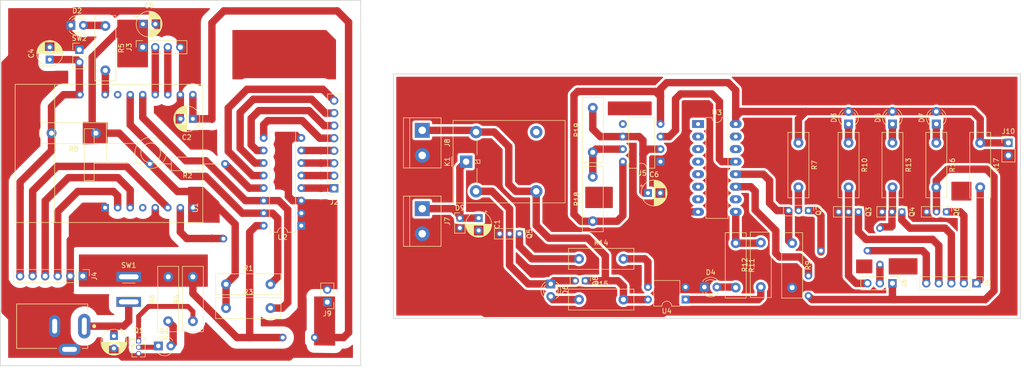
<source format=kicad_pcb>
(kicad_pcb (version 20171130) (host pcbnew "(5.1.7)-1")
  (layers (0 F.Cu signal) (31 B.Cu signal) (34 B.Paste user) (35 F.Paste user) (36 B.SilkS user) (37 F.SilkS user) (38 B.Mask user) (39 F.Mask user) (44 Edge.Cuts user))
  (net 0 "")
  (net 1 GND)
  (net 2 "Net-(D1-Pad2)")
  (net 3 "Net-(D2-Pad2)")
  (net 4 "Net-(J2-Pad2)")
  (net 5 "Net-(J2-Pad1)")
  (net 6 Z_RX)
  (net 7 Z_TX)
  (net 8 EN)
  (net 9 IO0)
  (net 10 TX)
  (net 11 RX)
  (net 12 SDA)
  (net 13 INT)
  (net 14 SCK)
  (net 15 "Net-(R5-Pad2)")
  (net 16 "Net-(U1-Pad15)")
  (net 17 "Net-(U1-Pad4)")
  (net 18 "Net-(J2-Pad4)")
  (net 19 "Net-(J2-Pad3)")
  (net 20 "Net-(J2-Pad8)")
  (net 21 "Net-(J2-Pad7)")
  (net 22 "Net-(J2-Pad6)")
  (net 23 "Net-(J2-Pad5)")
  (net 24 +3V3)
  (net 25 +5V)
  (net 26 "Net-(C3-Pad1)")
  (net 27 "Net-(D1-Pad1)")
  (net 28 "Net-(Q1-Pad1)")
  (net 29 "Net-(C1-Pad1)")
  (net 30 "Net-(C6-Pad1)")
  (net 31 "Net-(D3-Pad1)")
  (net 32 "Net-(D4-Pad2)")
  (net 33 "Net-(D5-Pad1)")
  (net 34 "Net-(D6-Pad2)")
  (net 35 "Net-(D6-Pad1)")
  (net 36 "Net-(D7-Pad1)")
  (net 37 "Net-(D8-Pad1)")
  (net 38 END)
  (net 39 MUC_2)
  (net 40 MUC_1)
  (net 41 BOM)
  (net 42 SIG_3)
  (net 43 SIG_2)
  (net 44 J)
  (net 45 "Net-(K1-Pad4)")
  (net 46 K)
  (net 47 "Net-(Q2-Pad2)")
  (net 48 "Net-(Q5-Pad1)")
  (net 49 "Net-(R11-Pad1)")
  (net 50 "Net-(R12-Pad1)")
  (net 51 "Net-(R14-Pad2)")
  (net 52 "Net-(R18-Pad2)")
  (net 53 "Net-(U3-Pad7)")
  (net 54 "Net-(U3-Pad14)")
  (net 55 "Net-(U3-Pad10)")
  (net 56 CLK)
  (net 57 "Net-(U5-Pad5)")
  (net 58 MUC_3)
  (module Connector_PinHeader_2.54mm:PinHeader_1x03_P2.54mm_Vertical (layer F.Cu) (at 203.52004 86.86292 270)
    (fp_text reference J6 (at 0 -2.33 90) (layer F.SilkS))
    (fp_text value SIG_mucnuoc)
    (pad 3 thru_hole oval (at 0 5.08 270) (size 1.7 1.7) (drill 1) (layers *.Cu *.Mask) (net 42 SIG_3))
    (pad 2 thru_hole oval (at 0 2.54 270) (size 1.7 1.7) (drill 1) (layers *.Cu *.Mask) (net 43 SIG_2))
    (pad 1 thru_hole rect (at 0 0 270) (size 1.7 1.7) (drill 1) (layers *.Cu *.Mask) (net 44 J))
  )
  (module Package_DIP:DIP-16_W7.62mm_LongPads (layer F.Cu) (at 164.15004 54.60492)
    (fp_text reference U3 (at 3.81 -2.33) (layer F.SilkS))
    (fp_text value 74LS112)
    (pad 16 thru_hole oval (at 7.62 0) (size 2.4 1.6) (drill 0.8) (layers *.Cu *.Mask))
    (pad 8 thru_hole oval (at 0 17.78) (size 2.4 1.6) (drill 0.8) (layers *.Cu *.Mask))
    (pad 15 thru_hole oval (at 7.62 2.54) (size 2.4 1.6) (drill 0.8) (layers *.Cu *.Mask))
    (pad 7 thru_hole oval (at 0 15.24) (size 2.4 1.6) (drill 0.8) (layers *.Cu *.Mask) (net 53 "Net-(U3-Pad7)"))
    (pad 14 thru_hole oval (at 7.62 5.08) (size 2.4 1.6) (drill 0.8) (layers *.Cu *.Mask) (net 54 "Net-(U3-Pad14)"))
    (pad 6 thru_hole oval (at 0 12.7) (size 2.4 1.6) (drill 0.8) (layers *.Cu *.Mask))
    (pad 13 thru_hole oval (at 7.62 7.62) (size 2.4 1.6) (drill 0.8) (layers *.Cu *.Mask) (net 56 CLK))
    (pad 5 thru_hole oval (at 0 10.16) (size 2.4 1.6) (drill 0.8) (layers *.Cu *.Mask))
    (pad 12 thru_hole oval (at 7.62 10.16) (size 2.4 1.6) (drill 0.8) (layers *.Cu *.Mask) (net 46 K))
    (pad 4 thru_hole oval (at 0 7.62) (size 2.4 1.6) (drill 0.8) (layers *.Cu *.Mask))
    (pad 11 thru_hole oval (at 7.62 12.7) (size 2.4 1.6) (drill 0.8) (layers *.Cu *.Mask) (net 44 J))
    (pad 3 thru_hole oval (at 0 5.08) (size 2.4 1.6) (drill 0.8) (layers *.Cu *.Mask))
    (pad 10 thru_hole oval (at 7.62 15.24) (size 2.4 1.6) (drill 0.8) (layers *.Cu *.Mask) (net 55 "Net-(U3-Pad10)"))
    (pad 2 thru_hole oval (at 0 2.54) (size 2.4 1.6) (drill 0.8) (layers *.Cu *.Mask))
    (pad 9 thru_hole oval (at 7.62 17.78) (size 2.4 1.6) (drill 0.8) (layers *.Cu *.Mask) (net 49 "Net-(R11-Pad1)"))
    (pad 1 thru_hole rect (at 0 0) (size 2.4 1.6) (drill 0.8) (layers *.Cu *.Mask))
  )
  (module Resistor_THT:R_Box_L13.0mm_W4.0mm_P9.00mm (layer F.Cu) (at 142.81404 60.31992 90)
    (fp_text reference R19 (at 4.5 -3.25 90) (layer F.SilkS))
    (fp_text value 10K)
    (pad 2 thru_hole circle (at 9 0 90) (size 2 2) (drill 1) (layers *.Cu *.Mask) (net 30 "Net-(C6-Pad1)"))
    (pad 1 thru_hole circle (at 0 0 90) (size 2 2) (drill 1) (layers *.Cu *.Mask) (net 52 "Net-(R18-Pad2)"))
  )
  (module Resistor_THT:R_Box_L13.0mm_W4.0mm_P9.00mm (layer F.Cu) (at 142.81404 74.28992 90)
    (fp_text reference R18 (at 4.5 -3.25 90) (layer F.SilkS))
    (fp_text value 1K)
    (pad 2 thru_hole circle (at 9 0 90) (size 2 2) (drill 1) (layers *.Cu *.Mask) (net 52 "Net-(R18-Pad2)"))
    (pad 1 thru_hole circle (at 0 0 90) (size 2 2) (drill 1) (layers *.Cu *.Mask) (net 25 +5V))
  )
  (module Resistor_THT:R_Box_L13.0mm_W4.0mm_P9.00mm (layer F.Cu) (at 221.30004 58.41492 270)
    (fp_text reference R17 (at 4.5 -3.25 90) (layer F.SilkS))
    (fp_text value 100)
    (pad 2 thru_hole circle (at 9 0 270) (size 2 2) (drill 1) (layers *.Cu *.Mask) (net 41 BOM))
    (pad 1 thru_hole circle (at 0 0 270) (size 2 2) (drill 1) (layers *.Cu *.Mask) (net 25 +5V))
  )
  (module Resistor_THT:R_Box_L13.0mm_W4.0mm_P9.00mm (layer F.Cu) (at 212.41004 58.41492 270)
    (fp_text reference R16 (at 4.5 -3.25 90) (layer F.SilkS))
    (fp_text value 220)
    (pad 2 thru_hole circle (at 9 0 270) (size 2 2) (drill 1) (layers *.Cu *.Mask) (net 44 J))
    (pad 1 thru_hole circle (at 0 0 270) (size 2 2) (drill 1) (layers *.Cu *.Mask) (net 36 "Net-(D7-Pad1)"))
  )
  (module Resistor_THT:R_Box_L13.0mm_W4.0mm_P9.00mm (layer F.Cu) (at 140.02004 90.16492)
    (fp_text reference R15 (at 4.5 -3.175) (layer F.SilkS))
    (fp_text value 470)
    (pad 2 thru_hole circle (at 9 0) (size 2 2) (drill 1) (layers *.Cu *.Mask) (net 37 "Net-(D8-Pad1)"))
    (pad 1 thru_hole circle (at 0 0) (size 2 2) (drill 1) (layers *.Cu *.Mask) (net 34 "Net-(D6-Pad2)"))
  )
  (module Resistor_THT:R_Box_L13.0mm_W4.0mm_P9.00mm (layer F.Cu) (at 140.02004 81.90992)
    (fp_text reference R14 (at 4.5 -3.25) (layer F.SilkS))
    (fp_text value 1K)
    (pad 2 thru_hole circle (at 9 0) (size 2 2) (drill 1) (layers *.Cu *.Mask) (net 51 "Net-(R14-Pad2)"))
    (pad 1 thru_hole circle (at 0 0) (size 2 2) (drill 1) (layers *.Cu *.Mask) (net 48 "Net-(Q5-Pad1)"))
  )
  (module Resistor_THT:R_Box_L13.0mm_W4.0mm_P9.00mm (layer F.Cu) (at 203.52004 58.41492 270)
    (fp_text reference R13 (at 4.5 -3.25 90) (layer F.SilkS))
    (fp_text value 220)
    (pad 2 thru_hole circle (at 9 0 270) (size 2 2) (drill 1) (layers *.Cu *.Mask) (net 43 SIG_2))
    (pad 1 thru_hole circle (at 0 0 270) (size 2 2) (drill 1) (layers *.Cu *.Mask) (net 33 "Net-(D5-Pad1)"))
  )
  (module Resistor_THT:R_Box_L13.0mm_W4.0mm_P9.00mm (layer F.Cu) (at 176.85004 87.62492 90)
    (fp_text reference R12 (at 4.5 -3.25 90) (layer F.SilkS))
    (fp_text value 100)
    (pad 2 thru_hole circle (at 9 0 90) (size 2 2) (drill 1) (layers *.Cu *.Mask) (net 49 "Net-(R11-Pad1)"))
    (pad 1 thru_hole circle (at 0 0 90) (size 2 2) (drill 1) (layers *.Cu *.Mask) (net 50 "Net-(R12-Pad1)"))
  )
  (module Resistor_THT:R_Box_L13.0mm_W4.0mm_P9.00mm (layer F.Cu) (at 171.77004 78.73492 270)
    (fp_text reference R11 (at 4.5 -3.25 90) (layer F.SilkS))
    (fp_text value 100)
    (pad 2 thru_hole circle (at 9 0 270) (size 2 2) (drill 1) (layers *.Cu *.Mask) (net 32 "Net-(D4-Pad2)"))
    (pad 1 thru_hole circle (at 0 0 270) (size 2 2) (drill 1) (layers *.Cu *.Mask) (net 49 "Net-(R11-Pad1)"))
  )
  (module Resistor_THT:R_Box_L13.0mm_W4.0mm_P9.00mm (layer F.Cu) (at 194.63004 58.41492 270)
    (fp_text reference R10 (at 4.5 -3.25 90) (layer F.SilkS))
    (fp_text value 220)
    (pad 2 thru_hole circle (at 9 0 270) (size 2 2) (drill 1) (layers *.Cu *.Mask) (net 42 SIG_3))
    (pad 1 thru_hole circle (at 0 0 270) (size 2 2) (drill 1) (layers *.Cu *.Mask) (net 31 "Net-(D3-Pad1)"))
  )
  (module Resistor_THT:R_Box_L13.0mm_W4.0mm_P9.00mm (layer F.Cu) (at 183.20004 78.73492 270)
    (fp_text reference R9 (at 4.5 -3.25 90) (layer F.SilkS))
    (fp_text value 220)
    (pad 2 thru_hole circle (at 9 0 270) (size 2 2) (drill 1) (layers *.Cu *.Mask) (net 1 GND))
    (pad 1 thru_hole circle (at 0 0 270) (size 2 2) (drill 1) (layers *.Cu *.Mask) (net 46 K))
  )
  (module Resistor_THT:R_Box_L13.0mm_W4.0mm_P9.00mm (layer F.Cu) (at 42.164 56.4515 180)
    (fp_text reference R8 (at 4.5 -3.25) (layer F.SilkS))
    (fp_text value 10K)
    (pad 2 thru_hole circle (at 9 0 180) (size 2 2) (drill 1) (layers *.Cu *.Mask) (net 8 EN))
    (pad 1 thru_hole circle (at 0 0 180) (size 2 2) (drill 1) (layers *.Cu *.Mask) (net 24 +3V3))
  )
  (module Connector_PinHeader_2.54mm:PinHeader_1x05_P2.54mm_Vertical (layer F.Cu) (at 220.53804 86.86292 270)
    (fp_text reference J5 (at 0 -2.33 90) (layer F.SilkS))
    (fp_text value Conn_01x05)
    (pad 5 thru_hole oval (at 0 10.16 270) (size 1.7 1.7) (drill 1) (layers *.Cu *.Mask) (net 38 END))
    (pad 4 thru_hole oval (at 0 7.62 270) (size 1.7 1.7) (drill 1) (layers *.Cu *.Mask) (net 58 MUC_3))
    (pad 3 thru_hole oval (at 0 5.08 270) (size 1.7 1.7) (drill 1) (layers *.Cu *.Mask) (net 39 MUC_2))
    (pad 2 thru_hole oval (at 0 2.54 270) (size 1.7 1.7) (drill 1) (layers *.Cu *.Mask) (net 40 MUC_1))
    (pad 1 thru_hole rect (at 0 0 270) (size 1.7 1.7) (drill 1) (layers *.Cu *.Mask) (net 41 BOM))
  )
  (module Package_DIP:DIP-8_W7.62mm (layer F.Cu) (at 156.53004 62.22492 180)
    (fp_text reference U5 (at 3.81 -2.33) (layer F.SilkS))
    (fp_text value NE555P)
    (pad 8 thru_hole oval (at 7.62 0 180) (size 1.6 1.6) (drill 0.8) (layers *.Cu *.Mask) (net 25 +5V))
    (pad 4 thru_hole oval (at 0 7.62 180) (size 1.6 1.6) (drill 0.8) (layers *.Cu *.Mask) (net 25 +5V))
    (pad 7 thru_hole oval (at 7.62 2.54 180) (size 1.6 1.6) (drill 0.8) (layers *.Cu *.Mask) (net 52 "Net-(R18-Pad2)"))
    (pad 3 thru_hole oval (at 0 5.08 180) (size 1.6 1.6) (drill 0.8) (layers *.Cu *.Mask) (net 56 CLK))
    (pad 6 thru_hole oval (at 7.62 5.08 180) (size 1.6 1.6) (drill 0.8) (layers *.Cu *.Mask) (net 30 "Net-(C6-Pad1)"))
    (pad 2 thru_hole oval (at 0 2.54 180) (size 1.6 1.6) (drill 0.8) (layers *.Cu *.Mask) (net 30 "Net-(C6-Pad1)"))
    (pad 5 thru_hole oval (at 7.62 7.62 180) (size 1.6 1.6) (drill 0.8) (layers *.Cu *.Mask) (net 57 "Net-(U5-Pad5)"))
    (pad 1 thru_hole rect (at 0 0 180) (size 1.6 1.6) (drill 0.8) (layers *.Cu *.Mask) (net 1 GND))
  )
  (module Package_DIP:DIP-4_W7.62mm (layer F.Cu) (at 161.61004 90.16492 180)
    (fp_text reference U4 (at 3.81 -2.33) (layer F.SilkS))
    (fp_text value PC817)
    (pad 4 thru_hole oval (at 7.62 0 180) (size 1.6 1.6) (drill 0.8) (layers *.Cu *.Mask) (net 37 "Net-(D8-Pad1)"))
    (pad 2 thru_hole oval (at 0 2.54 180) (size 1.6 1.6) (drill 0.8) (layers *.Cu *.Mask) (net 1 GND))
    (pad 3 thru_hole oval (at 7.62 2.54 180) (size 1.6 1.6) (drill 0.8) (layers *.Cu *.Mask) (net 51 "Net-(R14-Pad2)"))
    (pad 1 thru_hole rect (at 0 0 180) (size 1.6 1.6) (drill 0.8) (layers *.Cu *.Mask) (net 50 "Net-(R12-Pad1)"))
  )
  (module Resistor_THT:R_Box_L13.0mm_W4.0mm_P9.00mm (layer F.Cu) (at 184.47004 58.41492 270)
    (fp_text reference R7 (at 4.5 -3.25 90) (layer F.SilkS))
    (fp_text value 330)
    (pad 2 thru_hole circle (at 9 0 270) (size 2 2) (drill 1) (layers *.Cu *.Mask) (net 47 "Net-(Q2-Pad2)"))
    (pad 1 thru_hole circle (at 0 0 270) (size 2 2) (drill 1) (layers *.Cu *.Mask) (net 25 +5V))
  )
  (module Connector_PinHeader_2.00mm:PinHeader_1x03_P2.00mm_Vertical (layer F.Cu) (at 214.44204 72.38492 270)
    (fp_text reference Q6 (at 0 -2.06 90) (layer F.SilkS))
    (fp_text value C1815)
    (pad 3 thru_hole oval (at 0 4 270) (size 1.35 1.35) (drill 0.8) (layers *.Cu *.Mask) (net 1 GND))
    (pad 2 thru_hole oval (at 0 2 270) (size 1.35 1.35) (drill 0.8) (layers *.Cu *.Mask) (net 44 J))
    (pad 1 thru_hole rect (at 0 0 270) (size 1.35 1.35) (drill 0.8) (layers *.Cu *.Mask) (net 40 MUC_1))
  )
  (module Connector_PinHeader_2.00mm:PinHeader_1x03_P2.00mm_Vertical (layer F.Cu) (at 127.95504 76.82992 270)
    (fp_text reference Q5 (at 0 -2.06 90) (layer F.SilkS))
    (fp_text value C1815)
    (pad 3 thru_hole oval (at 0 4 270) (size 1.35 1.35) (drill 0.8) (layers *.Cu *.Mask) (net 1 GND))
    (pad 2 thru_hole oval (at 0 2 270) (size 1.35 1.35) (drill 0.8) (layers *.Cu *.Mask) (net 35 "Net-(D6-Pad1)"))
    (pad 1 thru_hole rect (at 0 0 270) (size 1.35 1.35) (drill 0.8) (layers *.Cu *.Mask) (net 48 "Net-(Q5-Pad1)"))
  )
  (module Connector_PinHeader_2.00mm:PinHeader_1x03_P2.00mm_Vertical (layer F.Cu) (at 205.42504 72.38492 270)
    (fp_text reference Q4 (at 0 -2.06 90) (layer F.SilkS))
    (fp_text value C1815)
    (pad 3 thru_hole oval (at 0 4 270) (size 1.35 1.35) (drill 0.8) (layers *.Cu *.Mask) (net 1 GND))
    (pad 2 thru_hole oval (at 0 2 270) (size 1.35 1.35) (drill 0.8) (layers *.Cu *.Mask) (net 43 SIG_2))
    (pad 1 thru_hole rect (at 0 0 270) (size 1.35 1.35) (drill 0.8) (layers *.Cu *.Mask) (net 39 MUC_2))
  )
  (module Connector_PinHeader_2.00mm:PinHeader_1x03_P2.00mm_Vertical (layer F.Cu) (at 196.63004 72.38492 270)
    (fp_text reference Q3 (at 0 -2.06 90) (layer F.SilkS))
    (fp_text value C1815)
    (pad 3 thru_hole oval (at 0 4 270) (size 1.35 1.35) (drill 0.8) (layers *.Cu *.Mask) (net 1 GND))
    (pad 2 thru_hole oval (at 0 2 270) (size 1.35 1.35) (drill 0.8) (layers *.Cu *.Mask) (net 42 SIG_3))
    (pad 1 thru_hole rect (at 0 0 270) (size 1.35 1.35) (drill 0.8) (layers *.Cu *.Mask) (net 58 MUC_3))
  )
  (module Connector_PinHeader_2.00mm:PinHeader_1x03_P2.00mm_Vertical (layer F.Cu) (at 186.50204 72.13092 270)
    (fp_text reference Q2 (at 0 -2.06 90) (layer F.SilkS))
    (fp_text value C1815)
    (pad 3 thru_hole oval (at 0 4 270) (size 1.35 1.35) (drill 0.8) (layers *.Cu *.Mask) (net 46 K))
    (pad 2 thru_hole oval (at 0 2 270) (size 1.35 1.35) (drill 0.8) (layers *.Cu *.Mask) (net 47 "Net-(Q2-Pad2)"))
    (pad 1 thru_hole rect (at 0 0 270) (size 1.35 1.35) (drill 0.8) (layers *.Cu *.Mask) (net 38 END))
  )
  (module Relay_THT:Relay_SPDT_Omron-G5LE-1 (layer F.Cu) (at 117.16004 62.22492 90)
    (fp_text reference K1 (at 0 -3.8 90) (layer F.SilkS))
    (fp_text value G5LE-1)
    (pad 5 thru_hole oval (at 6 2 90) (size 2.5 2.5) (drill 1.3) (layers *.Cu *.Mask) (net 37 "Net-(D8-Pad1)"))
    (pad 4 thru_hole oval (at 6 14.2 90) (size 2.5 2.5) (drill 1.3) (layers *.Cu *.Mask) (net 45 "Net-(K1-Pad4)"))
    (pad 3 thru_hole oval (at -6 14.2 90) (size 2.5 2.5) (drill 1.3) (layers *.Cu *.Mask) (net 37 "Net-(D8-Pad1)"))
    (pad 2 thru_hole oval (at -6 2 90) (size 2.5 2.5) (drill 1.3) (layers *.Cu *.Mask) (net 35 "Net-(D6-Pad1)"))
    (pad 1 thru_hole rect (at 0 0 90) (size 2.5 2.5) (drill 1.3) (layers *.Cu *.Mask) (net 29 "Net-(C1-Pad1)"))
  )
  (module Connector_PinHeader_2.54mm:PinHeader_1x02_P2.54mm_Vertical (layer F.Cu) (at 227.01504 58.41492)
    (fp_text reference J10 (at 0 -2.33) (layer F.SilkS))
    (fp_text value 5V_B)
    (pad 2 thru_hole oval (at 0 2.54) (size 1.7 1.7) (drill 1) (layers *.Cu *.Mask) (net 1 GND))
    (pad 1 thru_hole rect (at 0 0) (size 1.7 1.7) (drill 1) (layers *.Cu *.Mask) (net 25 +5V))
  )
  (module Connector_PinHeader_2.54mm:PinHeader_1x02_P2.54mm_Vertical (layer F.Cu) (at 89.027 90.678 180)
    (fp_text reference J9 (at 0 -2.33) (layer F.SilkS))
    (fp_text value 5V_A)
    (pad 2 thru_hole oval (at 0 2.54 180) (size 1.7 1.7) (drill 1) (layers *.Cu *.Mask) (net 1 GND))
    (pad 1 thru_hole rect (at 0 0 180) (size 1.7 1.7) (drill 1) (layers *.Cu *.Mask) (net 25 +5V))
  )
  (module TerminalBlock:TerminalBlock_bornier-2_P5.08mm (layer F.Cu) (at 108.27004 55.87492 270)
    (fp_text reference J8 (at 2.54 -5.08 90) (layer F.SilkS))
    (fp_text value POWER_12V)
    (pad 2 thru_hole circle (at 5.08 0 270) (size 3 3) (drill 1.52) (layers *.Cu *.Mask) (net 1 GND))
    (pad 1 thru_hole rect (at 0 0 270) (size 3 3) (drill 1.52) (layers *.Cu *.Mask) (net 37 "Net-(D8-Pad1)"))
  )
  (module TerminalBlock:TerminalBlock_bornier-2_P5.08mm (layer F.Cu) (at 108.27004 71.74992 270)
    (fp_text reference J7 (at 2.54 -5.08 90) (layer F.SilkS))
    (fp_text value MOTOR_BOM)
    (pad 2 thru_hole circle (at 5.08 0 270) (size 3 3) (drill 1.52) (layers *.Cu *.Mask) (net 1 GND))
    (pad 1 thru_hole rect (at 0 0 270) (size 3 3) (drill 1.52) (layers *.Cu *.Mask) (net 29 "Net-(C1-Pad1)"))
  )
  (module Connector_PinHeader_2.00mm:PinHeader_1x02_P2.00mm_Vertical (layer F.Cu) (at 115.89004 73.65492)
    (fp_text reference D9 (at 0 -2.06) (layer F.SilkS))
    (fp_text value Diode)
    (pad 2 thru_hole oval (at 0 2) (size 1.35 1.35) (drill 0.8) (layers *.Cu *.Mask) (net 1 GND))
    (pad 1 thru_hole rect (at 0 0) (size 1.35 1.35) (drill 0.8) (layers *.Cu *.Mask) (net 29 "Net-(C1-Pad1)"))
  )
  (module Connector_PinHeader_2.00mm:PinHeader_1x02_P2.00mm_Vertical (layer F.Cu) (at 141.29004 86.35492 270)
    (fp_text reference D8 (at 0 -2.06 90) (layer F.SilkS))
    (fp_text value Diode)
    (pad 2 thru_hole oval (at 0 2 270) (size 1.35 1.35) (drill 0.8) (layers *.Cu *.Mask) (net 35 "Net-(D6-Pad1)"))
    (pad 1 thru_hole rect (at 0 0 270) (size 1.35 1.35) (drill 0.8) (layers *.Cu *.Mask) (net 37 "Net-(D8-Pad1)"))
  )
  (module LED_THT:LED_D3.0mm (layer F.Cu) (at 212.41004 54.60492 90)
    (fp_text reference D7 (at 1.27 -2.96 90) (layer F.SilkS))
    (fp_text value LED_1)
    (pad 2 thru_hole circle (at 2.54 0 90) (size 1.8 1.8) (drill 0.9) (layers *.Cu *.Mask) (net 25 +5V))
    (pad 1 thru_hole rect (at 0 0 90) (size 1.8 1.8) (drill 0.9) (layers *.Cu *.Mask) (net 36 "Net-(D7-Pad1)"))
  )
  (module LED_THT:LED_D3.0mm (layer F.Cu) (at 134.30504 86.98992 270)
    (fp_text reference D6 (at 1.27 -2.96 90) (layer F.SilkS))
    (fp_text value LED_2)
    (pad 2 thru_hole circle (at 2.54 0 270) (size 1.8 1.8) (drill 0.9) (layers *.Cu *.Mask) (net 34 "Net-(D6-Pad2)"))
    (pad 1 thru_hole rect (at 0 0 270) (size 1.8 1.8) (drill 0.9) (layers *.Cu *.Mask) (net 35 "Net-(D6-Pad1)"))
  )
  (module LED_THT:LED_D3.0mm (layer F.Cu) (at 203.52004 54.60492 90)
    (fp_text reference D5 (at 1.27 -2.96 90) (layer F.SilkS))
    (fp_text value LED_2)
    (pad 2 thru_hole circle (at 2.54 0 90) (size 1.8 1.8) (drill 0.9) (layers *.Cu *.Mask) (net 25 +5V))
    (pad 1 thru_hole rect (at 0 0 90) (size 1.8 1.8) (drill 0.9) (layers *.Cu *.Mask) (net 33 "Net-(D5-Pad1)"))
  )
  (module LED_THT:LED_D3.0mm (layer F.Cu) (at 165.42004 87.62492)
    (fp_text reference D4 (at 1.27 -2.96) (layer F.SilkS))
    (fp_text value LED_2)
    (pad 2 thru_hole circle (at 2.54 0) (size 1.8 1.8) (drill 0.9) (layers *.Cu *.Mask) (net 32 "Net-(D4-Pad2)"))
    (pad 1 thru_hole rect (at 0 0) (size 1.8 1.8) (drill 0.9) (layers *.Cu *.Mask) (net 1 GND))
  )
  (module LED_THT:LED_D3.0mm (layer F.Cu) (at 194.63004 54.60492 90)
    (fp_text reference D3 (at 1.27 -2.96 90) (layer F.SilkS))
    (fp_text value LED_3)
    (pad 2 thru_hole circle (at 2.54 0 90) (size 1.8 1.8) (drill 0.9) (layers *.Cu *.Mask) (net 25 +5V))
    (pad 1 thru_hole rect (at 0 0 90) (size 1.8 1.8) (drill 0.9) (layers *.Cu *.Mask) (net 31 "Net-(D3-Pad1)"))
  )
  (module Capacitor_THT:CP_Radial_D5.0mm_P2.50mm (layer F.Cu) (at 153.99004 68.57492)
    (fp_text reference C6 (at 1.25 -3.75) (layer F.SilkS))
    (fp_text value 10uF)
    (pad 2 thru_hole circle (at 2.5 0) (size 1.6 1.6) (drill 0.8) (layers *.Cu *.Mask) (net 1 GND))
    (pad 1 thru_hole rect (at 0 0) (size 1.6 1.6) (drill 0.8) (layers *.Cu *.Mask) (net 30 "Net-(C6-Pad1)"))
  )
  (module Capacitor_THT:CP_Radial_D5.0mm_P2.50mm (layer F.Cu) (at 119.70004 73.65492 270)
    (fp_text reference C1 (at 1.25 -3.75 90) (layer F.SilkS))
    (fp_text value 104)
    (pad 2 thru_hole circle (at 2.5 0 270) (size 1.6 1.6) (drill 0.8) (layers *.Cu *.Mask) (net 1 GND))
    (pad 1 thru_hole rect (at 0 0 270) (size 1.6 1.6) (drill 0.8) (layers *.Cu *.Mask) (net 29 "Net-(C1-Pad1)"))
  )
  (module Connector_PinHeader_2.54mm:PinHeader_1x06_P2.54mm_Vertical (layer F.Cu) (at 39.497 85.4075 270)
    (fp_text reference J4 (at 0 -2.33 90) (layer F.SilkS))
    (fp_text value FLASH)
    (pad 6 thru_hole oval (at 0 12.7 270) (size 1.7 1.7) (drill 1) (layers *.Cu *.Mask) (net 8 EN))
    (pad 5 thru_hole oval (at 0 10.16 270) (size 1.7 1.7) (drill 1) (layers *.Cu *.Mask) (net 9 IO0))
    (pad 4 thru_hole oval (at 0 7.62 270) (size 1.7 1.7) (drill 1) (layers *.Cu *.Mask) (net 10 TX))
    (pad 3 thru_hole oval (at 0 5.08 270) (size 1.7 1.7) (drill 1) (layers *.Cu *.Mask) (net 11 RX))
    (pad 2 thru_hole oval (at 0 2.54 270) (size 1.7 1.7) (drill 1) (layers *.Cu *.Mask) (net 1 GND))
    (pad 1 thru_hole rect (at 0 0 270) (size 1.7 1.7) (drill 1) (layers *.Cu *.Mask) (net 25 +5V))
  )
  (module Connector_PinHeader_2.54mm:PinHeader_1x02_P2.54mm_Vertical (layer F.Cu) (at 48.804 85.5495)
    (fp_text reference SW1 (at 0 -2.33) (layer F.SilkS))
    (fp_text value SW_Push)
    (pad 2 thru_hole rect (at 0 5.08) (size 5 2) (drill oval 4 1) (layers *.Cu *.Mask) (net 26 "Net-(C3-Pad1)"))
    (pad 1 thru_hole rect (at 0 0) (size 5 2) (drill oval 4 1) (layers *.Cu *.Mask) (net 25 +5V))
  )
  (module Package_DIP:DIP-16_W7.62mm (layer F.Cu) (at 83.77 75.1995 180)
    (fp_text reference U2 (at 3.81 -2.33) (layer F.SilkS))
    (fp_text value PCF8574A)
    (pad 16 thru_hole oval (at 7.62 0 180) (size 1.6 1.6) (drill 0.8) (layers *.Cu *.Mask) (net 25 +5V))
    (pad 8 thru_hole oval (at 0 17.78 180) (size 1.6 1.6) (drill 0.8) (layers *.Cu *.Mask) (net 1 GND))
    (pad 15 thru_hole oval (at 7.62 2.54 180) (size 1.6 1.6) (drill 0.8) (layers *.Cu *.Mask) (net 12 SDA))
    (pad 7 thru_hole oval (at 0 15.24 180) (size 1.6 1.6) (drill 0.8) (layers *.Cu *.Mask) (net 18 "Net-(J2-Pad4)"))
    (pad 14 thru_hole oval (at 7.62 5.08 180) (size 1.6 1.6) (drill 0.8) (layers *.Cu *.Mask) (net 14 SCK))
    (pad 6 thru_hole oval (at 0 12.7 180) (size 1.6 1.6) (drill 0.8) (layers *.Cu *.Mask) (net 19 "Net-(J2-Pad3)"))
    (pad 13 thru_hole oval (at 7.62 7.62 180) (size 1.6 1.6) (drill 0.8) (layers *.Cu *.Mask) (net 13 INT))
    (pad 5 thru_hole oval (at 0 10.16 180) (size 1.6 1.6) (drill 0.8) (layers *.Cu *.Mask) (net 4 "Net-(J2-Pad2)"))
    (pad 12 thru_hole oval (at 7.62 10.16 180) (size 1.6 1.6) (drill 0.8) (layers *.Cu *.Mask) (net 20 "Net-(J2-Pad8)"))
    (pad 4 thru_hole oval (at 0 7.62 180) (size 1.6 1.6) (drill 0.8) (layers *.Cu *.Mask) (net 5 "Net-(J2-Pad1)"))
    (pad 11 thru_hole oval (at 7.62 12.7 180) (size 1.6 1.6) (drill 0.8) (layers *.Cu *.Mask) (net 21 "Net-(J2-Pad7)"))
    (pad 3 thru_hole oval (at 0 5.08 180) (size 1.6 1.6) (drill 0.8) (layers *.Cu *.Mask) (net 1 GND))
    (pad 10 thru_hole oval (at 7.62 15.24 180) (size 1.6 1.6) (drill 0.8) (layers *.Cu *.Mask) (net 22 "Net-(J2-Pad6)"))
    (pad 2 thru_hole oval (at 0 2.54 180) (size 1.6 1.6) (drill 0.8) (layers *.Cu *.Mask) (net 1 GND))
    (pad 9 thru_hole oval (at 7.62 17.78 180) (size 1.6 1.6) (drill 0.8) (layers *.Cu *.Mask) (net 23 "Net-(J2-Pad5)"))
    (pad 1 thru_hole rect (at 0 0 180) (size 1.6 1.6) (drill 0.8) (layers *.Cu *.Mask) (net 1 GND))
  )
  (module FOOTRINF:ESP_CAM (layer F.Cu) (at 61.804 71.5495 90)
    (fp_text reference U1 (at 0 0.5 90) (layer F.SilkS))
    (fp_text value ESP32_AI_THINKER)
    (pad 17 thru_hole circle (at 22.9 -22.86 90) (size 1.524 1.524) (drill 0.8) (layers *.Cu *.Mask) (net 8 EN))
    (pad 16 thru_hole circle (at 22.9 -17.78 90) (size 1.524 1.524) (drill 0.8) (layers *.Cu *.Mask) (net 15 "Net-(R5-Pad2)"))
    (pad 15 thru_hole circle (at 22.9 -15.24 90) (size 1.524 1.524) (drill 0.8) (layers *.Cu *.Mask) (net 16 "Net-(U1-Pad15)"))
    (pad 14 thru_hole circle (at 22.9 -12.7 90) (size 1.524 1.524) (drill 0.8) (layers *.Cu *.Mask) (net 12 SDA))
    (pad 13 thru_hole circle (at 22.9 -10.16 90) (size 1.524 1.524) (drill 0.8) (layers *.Cu *.Mask) (net 14 SCK))
    (pad 12 thru_hole circle (at 22.9 -7.62 90) (size 1.524 1.524) (drill 0.8) (layers *.Cu *.Mask) (net 7 Z_TX))
    (pad 11 thru_hole circle (at 22.9 -5.08 90) (size 1.524 1.524) (drill 0.8) (layers *.Cu *.Mask) (net 6 Z_RX))
    (pad 10 thru_hole circle (at 22.9 -2.54 90) (size 1.524 1.524) (drill 0.8) (layers *.Cu *.Mask) (net 1 GND))
    (pad 9 thru_hole circle (at 22.9 0 90) (size 1.524 1.524) (drill 0.8) (layers *.Cu *.Mask) (net 25 +5V))
    (pad 1 thru_hole rect (at 0 -17.78 90) (size 1.524 1.524) (drill 0.8) (layers *.Cu *.Mask) (net 1 GND))
    (pad 2 thru_hole circle (at 0 -15.24 90) (size 1.524 1.524) (drill 0.8) (layers *.Cu *.Mask) (net 11 RX))
    (pad 3 thru_hole circle (at 0 -12.7 90) (size 1.524 1.524) (drill 0.8) (layers *.Cu *.Mask) (net 10 TX))
    (pad 4 thru_hole circle (at 0 -10.16 90) (size 1.524 1.524) (drill 0.8) (layers *.Cu *.Mask) (net 17 "Net-(U1-Pad4)"))
    (pad 5 thru_hole circle (at 0 -7.62 90) (size 1.524 1.524) (drill 0.8) (layers *.Cu *.Mask) (net 1 GND))
    (pad 6 thru_hole circle (at 0 -5.08 90) (size 1.524 1.524) (drill 0.8) (layers *.Cu *.Mask) (net 9 IO0))
    (pad 7 thru_hole circle (at 0 -2.54 90) (size 1.524 1.524) (drill 0.8) (layers *.Cu *.Mask) (net 13 INT))
    (pad 8 thru_hole circle (at 0 0 90) (size 1.524 1.524) (drill 0.8) (layers *.Cu *.Mask) (net 24 +3V3))
  )
  (module Connector_PinHeader_2.54mm:PinHeader_1x02_P2.54mm_Vertical (layer F.Cu) (at 38.804 39.5495)
    (fp_text reference SW2 (at 0 -2.33) (layer F.SilkS))
    (fp_text value SW_Push)
    (pad 2 thru_hole oval (at 0 2.54) (size 1.7 1.7) (drill 1) (layers *.Cu *.Mask) (net 8 EN))
    (pad 1 thru_hole rect (at 0 0) (size 1.7 1.7) (drill 1) (layers *.Cu *.Mask) (net 1 GND))
  )
  (module Resistor_THT:R_Box_L13.0mm_W4.0mm_P9.00mm (layer F.Cu) (at 56.804 94.5495 90)
    (fp_text reference R6 (at 4.5 -3.25 90) (layer F.SilkS))
    (fp_text value 220)
    (pad 2 thru_hole circle (at 9 0 90) (size 2 2) (drill 1) (layers *.Cu *.Mask) (net 25 +5V))
    (pad 1 thru_hole circle (at 0 0 90) (size 2 2) (drill 1) (layers *.Cu *.Mask) (net 2 "Net-(D1-Pad2)"))
  )
  (module Resistor_THT:R_Box_L13.0mm_W4.0mm_P9.00mm (layer F.Cu) (at 44.069 34.7345 270)
    (fp_text reference R5 (at 4.5 -3.25 90) (layer F.SilkS))
    (fp_text value 220)
    (pad 2 thru_hole circle (at 9 0 270) (size 2 2) (drill 1) (layers *.Cu *.Mask) (net 15 "Net-(R5-Pad2)"))
    (pad 1 thru_hole circle (at 0 0 270) (size 2 2) (drill 1) (layers *.Cu *.Mask) (net 3 "Net-(D2-Pad2)"))
  )
  (module Resistor_THT:R_Box_L13.0mm_W4.0mm_P9.00mm (layer F.Cu) (at 61.804 94.5495 90)
    (fp_text reference R4 (at 4.5 -3.25 90) (layer F.SilkS))
    (fp_text value 4k4)
    (pad 2 thru_hole circle (at 9 0 90) (size 2 2) (drill 1) (layers *.Cu *.Mask) (net 25 +5V))
    (pad 1 thru_hole circle (at 0 0 90) (size 2 2) (drill 1) (layers *.Cu *.Mask) (net 28 "Net-(Q1-Pad1)"))
  )
  (module Resistor_THT:R_Box_L13.0mm_W4.0mm_P9.00mm (layer F.Cu) (at 68.523 91.8845)
    (fp_text reference R3 (at 4.5 -3.25) (layer F.SilkS))
    (fp_text value 4.7K)
    (pad 2 thru_hole circle (at 9 0) (size 2 2) (drill 1) (layers *.Cu *.Mask) (net 14 SCK))
    (pad 1 thru_hole circle (at 0 0) (size 2 2) (drill 1) (layers *.Cu *.Mask) (net 24 +3V3))
  )
  (module Resistor_THT:R_Axial_DIN0207_L6.3mm_D2.5mm_P15.24mm_Horizontal (layer F.Cu) (at 68.326 62.6745 180)
    (fp_text reference R2 (at 7.62 -2.37) (layer F.SilkS))
    (fp_text value 10K)
    (pad 2 thru_hole oval (at 15.24 0 180) (size 1.6 1.6) (drill 0.8) (layers *.Cu *.Mask) (net 24 +3V3))
    (pad 1 thru_hole circle (at 0 0 180) (size 1.6 1.6) (drill 0.8) (layers *.Cu *.Mask) (net 13 INT))
  )
  (module Resistor_THT:R_Box_L13.0mm_W4.0mm_P9.00mm (layer F.Cu) (at 68.523 87.0585)
    (fp_text reference R1 (at 4.5 -3.25) (layer F.SilkS))
    (fp_text value 4.7K)
    (pad 2 thru_hole circle (at 9 0) (size 2 2) (drill 1) (layers *.Cu *.Mask) (net 12 SDA))
    (pad 1 thru_hole circle (at 0 0) (size 2 2) (drill 1) (layers *.Cu *.Mask) (net 24 +3V3))
  )
  (module Connector_PinSocket_1.27mm:PinSocket_1x03_P1.27mm_Vertical (layer F.Cu) (at 50.804 98.5495)
    (fp_text reference Q1 (at 0 -2.135) (layer F.SilkS))
    (fp_text value Q_NPN_BCE)
    (pad 3 thru_hole oval (at 0 2.54) (size 1 1) (drill 0.7) (layers *.Cu *.Mask) (net 1 GND))
    (pad 2 thru_hole oval (at 0 1.27) (size 1 1) (drill 0.7) (layers *.Cu *.Mask) (net 27 "Net-(D1-Pad1)"))
    (pad 1 thru_hole rect (at 0 0) (size 1 1) (drill 0.7) (layers *.Cu *.Mask) (net 28 "Net-(Q1-Pad1)"))
  )
  (module Connector_PinSocket_2.54mm:PinSocket_1x04_P2.54mm_Vertical (layer F.Cu) (at 51.645 39.0415 90)
    (fp_text reference J3 (at 0 -2.77 90) (layer F.SilkS))
    (fp_text value ZIGBEE)
    (pad 4 thru_hole oval (at 0 7.62 90) (size 1.7 1.7) (drill 1) (layers *.Cu *.Mask) (net 1 GND))
    (pad 3 thru_hole oval (at 0 5.08 90) (size 1.7 1.7) (drill 1) (layers *.Cu *.Mask) (net 6 Z_RX))
    (pad 2 thru_hole oval (at 0 2.54 90) (size 1.7 1.7) (drill 1) (layers *.Cu *.Mask) (net 7 Z_TX))
    (pad 1 thru_hole rect (at 0 0 90) (size 1.7 1.7) (drill 1) (layers *.Cu *.Mask) (net 24 +3V3))
  )
  (module Connector_PinSocket_2.54mm:PinSocket_1x08_P2.54mm_Vertical (layer F.Cu) (at 90.424 67.6275 180)
    (fp_text reference J2 (at 0 -2.77) (layer F.SilkS))
    (fp_text value OUT)
    (pad 8 thru_hole oval (at 0 17.78 180) (size 1.7 1.7) (drill 1) (layers *.Cu *.Mask) (net 20 "Net-(J2-Pad8)"))
    (pad 7 thru_hole oval (at 0 15.24 180) (size 1.7 1.7) (drill 1) (layers *.Cu *.Mask) (net 21 "Net-(J2-Pad7)"))
    (pad 6 thru_hole oval (at 0 12.7 180) (size 1.7 1.7) (drill 1) (layers *.Cu *.Mask) (net 22 "Net-(J2-Pad6)"))
    (pad 5 thru_hole oval (at 0 10.16 180) (size 1.7 1.7) (drill 1) (layers *.Cu *.Mask) (net 23 "Net-(J2-Pad5)"))
    (pad 4 thru_hole oval (at 0 7.62 180) (size 1.7 1.7) (drill 1) (layers *.Cu *.Mask) (net 18 "Net-(J2-Pad4)"))
    (pad 3 thru_hole oval (at 0 5.08 180) (size 1.7 1.7) (drill 1) (layers *.Cu *.Mask) (net 19 "Net-(J2-Pad3)"))
    (pad 2 thru_hole oval (at 0 2.54 180) (size 1.7 1.7) (drill 1) (layers *.Cu *.Mask) (net 4 "Net-(J2-Pad2)"))
    (pad 1 thru_hole rect (at 0 0 180) (size 1.7 1.7) (drill 1) (layers *.Cu *.Mask) (net 5 "Net-(J2-Pad1)"))
  )
  (module FOOTRINF:jack_DC (layer F.Cu) (at 39.804 95.5495 180)
    (fp_text reference J1 (at 2.487052 -6.770615) (layer F.SilkS) (effects (font (size 1.000827 1.000827) (thickness 0.015))))
    (fp_text value Power_5V)
    (pad 3 thru_hole oval (at 3 -4.7 180) (size 4.5 2.25) (drill oval 3 1) (layers *.Cu *.Mask) (net 1 GND))
    (pad 2 thru_hole oval (at 6 0 180) (size 2.25 4.5) (drill oval 1 3) (layers *.Cu *.Mask) (net 1 GND))
    (pad 1 thru_hole oval (at 0 0 180) (size 2.5 5) (drill oval 1 3.5) (layers *.Cu *.Mask) (net 26 "Net-(C3-Pad1)"))
  )
  (module LED_THT:LED_D3.0mm (layer F.Cu) (at 37.084 34.6075)
    (fp_text reference D2 (at 1.27 -2.96) (layer F.SilkS))
    (fp_text value LED_Small)
    (pad 2 thru_hole circle (at 2.54 0) (size 1.8 1.8) (drill 0.9) (layers *.Cu *.Mask) (net 3 "Net-(D2-Pad2)"))
    (pad 1 thru_hole rect (at 0 0) (size 1.8 1.8) (drill 0.9) (layers *.Cu *.Mask) (net 1 GND))
  )
  (module LED_THT:LED_D3.0mm (layer F.Cu) (at 54.804 99.5495)
    (fp_text reference D1 (at 1.27 -2.96) (layer F.SilkS))
    (fp_text value LED_Small)
    (pad 2 thru_hole circle (at 2.54 0) (size 1.8 1.8) (drill 0.9) (layers *.Cu *.Mask) (net 2 "Net-(D1-Pad2)"))
    (pad 1 thru_hole rect (at 0 0) (size 1.8 1.8) (drill 0.9) (layers *.Cu *.Mask) (net 27 "Net-(D1-Pad1)"))
  )
  (module Capacitor_THT:CP_Radial_D5.0mm_P2.50mm (layer F.Cu) (at 51.689 34.3535)
    (fp_text reference C5 (at 1.25 -3.75) (layer F.SilkS))
    (fp_text value 104)
    (pad 2 thru_hole circle (at 2.5 0) (size 1.6 1.6) (drill 0.8) (layers *.Cu *.Mask) (net 1 GND))
    (pad 1 thru_hole rect (at 0 0) (size 1.6 1.6) (drill 0.8) (layers *.Cu *.Mask) (net 24 +3V3))
  )
  (module Capacitor_THT:CP_Radial_D5.0mm_P2.50mm (layer F.Cu) (at 32.804 41.5495 90)
    (fp_text reference C4 (at 1.25 -3.75 90) (layer F.SilkS))
    (fp_text value 100nF)
    (pad 2 thru_hole circle (at 2.5 0 90) (size 1.6 1.6) (drill 0.8) (layers *.Cu *.Mask) (net 1 GND))
    (pad 1 thru_hole rect (at 0 0 90) (size 1.6 1.6) (drill 0.8) (layers *.Cu *.Mask) (net 8 EN))
  )
  (module Capacitor_THT:CP_Radial_D5.0mm_P2.50mm (layer F.Cu) (at 45.804 97.5495 270)
    (fp_text reference C3 (at 1.25 -3.75 90) (layer F.SilkS))
    (fp_text value 104)
    (pad 2 thru_hole circle (at 2.5 0 270) (size 1.6 1.6) (drill 0.8) (layers *.Cu *.Mask) (net 1 GND))
    (pad 1 thru_hole rect (at 0 0 270) (size 1.6 1.6) (drill 0.8) (layers *.Cu *.Mask) (net 26 "Net-(C3-Pad1)"))
  )
  (module Capacitor_THT:CP_Radial_D5.0mm_P2.50mm (layer F.Cu) (at 61.804 53.5495 180)
    (fp_text reference C2 (at 1.25 -3.75) (layer F.SilkS))
    (fp_text value 104)
    (pad 2 thru_hole circle (at 2.5 0 180) (size 1.6 1.6) (drill 0.8) (layers *.Cu *.Mask) (net 1 GND))
    (pad 1 thru_hole rect (at 0 0 180) (size 1.6 1.6) (drill 0.8) (layers *.Cu *.Mask) (net 25 +5V))
  )
  (gr_line (start 102.42804 44.44492) (end 229.42804 44.44492) (layer Edge.Cuts) (width 0.15))
  (gr_line (start 102.42804 93.97492) (end 102.42804 44.44492) (layer Edge.Cuts) (width 0.15))
  (gr_line (start 229.42804 93.97492) (end 102.42804 93.97492) (layer Edge.Cuts) (width 0.15))
  (gr_line (start 229.42804 44.44492) (end 229.42804 93.97492) (layer Edge.Cuts) (width 0.15))
  (gr_line (start 22.804 103.5495) (end 22.804 29.5495) (layer Edge.Cuts) (width 0.15))
  (gr_line (start 95.804 103.5495) (end 22.804 103.5495) (layer Edge.Cuts) (width 0.15))
  (gr_line (start 95.804 29.5495) (end 95.804 103.5495) (layer Edge.Cuts) (width 0.15))
  (gr_line (start 22.804 29.5495) (end 95.804 29.5495) (layer Edge.Cuts) (width 0.15))
  (segment (start 33.804 95.5495) (end 33.804 99.5495) (width 1.5) (layer F.Cu) (net 1))
  (segment (start 33.804 99.5495) (end 34.804 100.5495) (width 1.5) (layer F.Cu) (net 1))
  (segment (start 35.104 100.2495) (end 36.804 100.2495) (width 1.5) (layer F.Cu) (net 1))
  (segment (start 34.804 100.5495) (end 35.104 100.2495) (width 1.5) (layer F.Cu) (net 1))
  (segment (start 45.604 100.2495) (end 45.804 100.0495) (width 1.5) (layer F.Cu) (net 1))
  (segment (start 36.804 100.2495) (end 45.604 100.2495) (width 1.5) (layer F.Cu) (net 1))
  (segment (start 45.804 100.0495) (end 47.304 101.5495) (width 1) (layer F.Cu) (net 1))
  (segment (start 50.344 101.5495) (end 50.804 101.0895) (width 1) (layer F.Cu) (net 1))
  (segment (start 47.304 101.5495) (end 50.344 101.5495) (width 1) (layer F.Cu) (net 1))
  (segment (start 59.264 53.5095) (end 59.304 53.5495) (width 1.5) (layer F.Cu) (net 1))
  (segment (start 59.264 48.6495) (end 59.264 53.5095) (width 1.5) (layer F.Cu) (net 1))
  (segment (start 38.304 39.0495) (end 38.804 39.5495) (width 1.5) (layer F.Cu) (net 1))
  (segment (start 32.804 39.0495) (end 38.304 39.0495) (width 1.5) (layer F.Cu) (net 1))
  (segment (start 83.77 70.1195) (end 83.77 72.6595) (width 1.5) (layer F.Cu) (net 1))
  (segment (start 83.77 72.6595) (end 83.77 75.1995) (width 1.5) (layer F.Cu) (net 1))
  (segment (start 83.77 57.4195) (end 81.836 57.4195) (width 1.5) (layer F.Cu) (net 1))
  (segment (start 81.836 57.4195) (end 81.153 58.1025) (width 1.5) (layer F.Cu) (net 1))
  (segment (start 81.153 58.1025) (end 81.153 69.2785) (width 1.5) (layer F.Cu) (net 1))
  (segment (start 81.994 70.1195) (end 83.77 70.1195) (width 1.5) (layer F.Cu) (net 1))
  (segment (start 81.153 69.2785) (end 81.994 70.1195) (width 1.5) (layer F.Cu) (net 1))
  (segment (start 44.024 75.1655) (end 44.024 71.5495) (width 1.5) (layer F.Cu) (net 1))
  (segment (start 44.024 75.1655) (end 53.803 75.1655) (width 1.5) (layer F.Cu) (net 1))
  (segment (start 54.184 74.7845) (end 54.184 71.5495) (width 1.5) (layer F.Cu) (net 1))
  (segment (start 53.803 75.1655) (end 54.184 74.7845) (width 1.5) (layer F.Cu) (net 1))
  (segment (start 83.77 75.1995) (end 83.77 99.3005) (width 1.5) (layer F.Cu) (net 1))
  (segment (start 83.77 99.3005) (end 81.28 101.7905) (width 1.5) (layer F.Cu) (net 1))
  (segment (start 47.545 101.7905) (end 45.804 100.0495) (width 1.5) (layer F.Cu) (net 1))
  (segment (start 81.28 101.7905) (end 47.545 101.7905) (width 1.5) (layer F.Cu) (net 1))
  (segment (start 32.804 39.0495) (end 27.054 39.0495) (width 1.5) (layer F.Cu) (net 1))
  (segment (start 27.054 39.0495) (end 23.749 42.3545) (width 1.5) (layer F.Cu) (net 1))
  (segment (start 23.749 42.3545) (end 23.749 92.5195) (width 1.5) (layer F.Cu) (net 1))
  (segment (start 26.779 95.5495) (end 33.804 95.5495) (width 1.5) (layer F.Cu) (net 1))
  (segment (start 23.749 92.5195) (end 26.779 95.5495) (width 1.5) (layer F.Cu) (net 1))
  (segment (start 54.189 34.3535) (end 58.547 34.3535) (width 1.5) (layer F.Cu) (net 1))
  (segment (start 59.265 35.0715) (end 59.265 39.0415) (width 1.5) (layer F.Cu) (net 1))
  (segment (start 58.547 34.3535) (end 59.265 35.0715) (width 1.5) (layer F.Cu) (net 1))
  (segment (start 36.964 78.1615) (end 39.96 75.1655) (width 1.5) (layer F.Cu) (net 1))
  (segment (start 39.96 75.1655) (end 44.024 75.1655) (width 1.5) (layer F.Cu) (net 1))
  (segment (start 36.964 88.3895) (end 36.964 78.1615) (width 1.5) (layer F.Cu) (net 1))
  (segment (start 33.804 91.5495) (end 36.964 88.3895) (width 1.5) (layer F.Cu) (net 1))
  (segment (start 33.804 95.5495) (end 33.804 91.5495) (width 1.5) (layer F.Cu) (net 1))
  (segment (start 54.189 34.3535) (end 54.189 32.6625) (width 1.5) (layer F.Cu) (net 1))
  (segment (start 54.189 32.6625) (end 53.213 31.6865) (width 1.5) (layer F.Cu) (net 1))
  (segment (start 53.213 31.6865) (end 37.846 31.6865) (width 1.5) (layer F.Cu) (net 1))
  (segment (start 37.084 32.4485) (end 37.084 34.6075) (width 1.5) (layer F.Cu) (net 1))
  (segment (start 37.846 31.6865) (end 37.084 32.4485) (width 1.5) (layer F.Cu) (net 1))
  (segment (start 87.7725 75.1995) (end 89.027 76.454) (width 1.5) (layer F.Cu) (net 1))
  (segment (start 83.77 75.1995) (end 87.7725 75.1995) (width 1.5) (layer F.Cu) (net 1))
  (segment (start 89.027 76.454) (end 89.027 88.138) (width 1.5) (layer F.Cu) (net 1))
  (segment (start 108.27004 60.95492) (end 105.22204 60.95492) (width 1.5) (layer F.Cu) (net 1))
  (segment (start 105.22204 60.95492) (end 103.95204 62.22492) (width 1.5) (layer F.Cu) (net 1))
  (segment (start 103.95204 62.22492) (end 103.95204 75.68692) (width 1.5) (layer F.Cu) (net 1))
  (segment (start 105.09504 76.82992) (end 108.27004 76.82992) (width 1.5) (layer F.Cu) (net 1))
  (segment (start 103.95204 75.68692) (end 105.09504 76.82992) (width 1.5) (layer F.Cu) (net 1))
  (segment (start 114.71504 76.82992) (end 115.89004 75.65492) (width 1.5) (layer F.Cu) (net 1))
  (segment (start 108.27004 76.82992) (end 114.71504 76.82992) (width 1.5) (layer F.Cu) (net 1))
  (segment (start 115.39004 76.15492) (end 114.71504 76.82992) (width 1.5) (layer F.Cu) (net 1))
  (segment (start 119.70004 76.15492) (end 115.39004 76.15492) (width 1.5) (layer F.Cu) (net 1))
  (segment (start 120.37504 76.82992) (end 119.70004 76.15492) (width 1.5) (layer F.Cu) (net 1))
  (segment (start 123.95504 76.82992) (end 120.37504 76.82992) (width 1.5) (layer F.Cu) (net 1))
  (segment (start 156.53004 68.53492) (end 156.49004 68.57492) (width 1.5) (layer F.Cu) (net 1))
  (segment (start 156.53004 62.22492) (end 156.53004 68.53492) (width 1.5) (layer F.Cu) (net 1))
  (segment (start 156.49004 68.57492) (end 158.05404 68.57492) (width 1.5) (layer F.Cu) (net 1))
  (segment (start 191.07404 65.01892) (end 191.83604 64.25692) (width 1.5) (layer F.Cu) (net 1))
  (segment (start 191.07404 71.87692) (end 191.07404 65.01892) (width 1.5) (layer F.Cu) (net 1))
  (segment (start 191.58204 72.38492) (end 191.07404 71.87692) (width 1.5) (layer F.Cu) (net 1))
  (segment (start 192.63004 72.38492) (end 191.58204 72.38492) (width 1.5) (layer F.Cu) (net 1))
  (segment (start 210.44204 72.38492) (end 208.85404 72.38492) (width 1.5) (layer F.Cu) (net 1))
  (segment (start 208.85404 72.38492) (end 208.85404 64.51092) (width 1.5) (layer F.Cu) (net 1))
  (segment (start 201.42504 72.38492) (end 200.47204 72.38492) (width 1.5) (layer F.Cu) (net 1))
  (segment (start 199.45604 71.36892) (end 199.45604 64.25692) (width 1.5) (layer F.Cu) (net 1))
  (segment (start 199.45604 64.25692) (end 209.10804 64.25692) (width 1.5) (layer F.Cu) (net 1))
  (segment (start 200.47204 72.38492) (end 199.45604 71.36892) (width 1.5) (layer F.Cu) (net 1))
  (segment (start 191.83604 64.25692) (end 199.45604 64.25692) (width 1.5) (layer F.Cu) (net 1))
  (segment (start 158.30804 72.38492) (end 158.05404 72.13092) (width 1.5) (layer F.Cu) (net 1))
  (segment (start 164.15004 72.38492) (end 158.30804 72.38492) (width 1.5) (layer F.Cu) (net 1))
  (segment (start 158.05404 72.13092) (end 158.05404 84.83092) (width 1.5) (layer F.Cu) (net 1))
  (segment (start 158.05404 68.57492) (end 158.05404 72.13092) (width 1.5) (layer F.Cu) (net 1))
  (segment (start 208.85404 61.71692) (end 209.61604 60.95492) (width 1.5) (layer F.Cu) (net 1))
  (segment (start 208.85404 64.00292) (end 208.85404 61.71692) (width 1.5) (layer F.Cu) (net 1))
  (segment (start 209.61604 60.95492) (end 227.01504 60.95492) (width 1.5) (layer F.Cu) (net 1))
  (segment (start 165.42004 87.62492) (end 161.61004 87.62492) (width 1.5) (layer F.Cu) (net 1))
  (segment (start 161.61004 87.62492) (end 159.57804 87.62492) (width 1.5) (layer F.Cu) (net 1))
  (segment (start 158.05404 86.10092) (end 158.05404 84.83092) (width 1.5) (layer F.Cu) (net 1))
  (segment (start 159.57804 87.62492) (end 158.05404 86.10092) (width 1.5) (layer F.Cu) (net 1))
  (segment (start 183.20004 86.35492) (end 183.20004 87.73492) (width 1.5) (layer F.Cu) (net 1))
  (segment (start 181.42204 84.57692) (end 183.20004 86.35492) (width 1.5) (layer F.Cu) (net 1))
  (segment (start 166.69004 84.57692) (end 181.42204 84.57692) (width 1.5) (layer F.Cu) (net 1))
  (segment (start 165.42004 85.84692) (end 166.69004 84.57692) (width 1.5) (layer F.Cu) (net 1))
  (segment (start 165.42004 87.62492) (end 165.42004 85.84692) (width 1.5) (layer F.Cu) (net 1))
  (segment (start 183.31004 87.62492) (end 183.20004 87.73492) (width 1.5) (layer F.Cu) (net 1))
  (segment (start 191.58204 87.62492) (end 183.31004 87.62492) (width 1.5) (layer F.Cu) (net 1))
  (segment (start 192.63004 86.57692) (end 191.58204 87.62492) (width 1.5) (layer F.Cu) (net 1))
  (segment (start 192.63004 72.38492) (end 192.63004 86.57692) (width 1.5) (layer F.Cu) (net 1))
  (segment (start 158.05404 86.10092) (end 158.05404 91.94292) (width 1.5) (layer F.Cu) (net 1))
  (segment (start 158.05404 91.94292) (end 157.03804 92.95892) (width 1.5) (layer F.Cu) (net 1))
  (segment (start 157.03804 92.95892) (end 120.97004 92.95892) (width 1.5) (layer F.Cu) (net 1))
  (segment (start 119.70004 91.68892) (end 119.70004 76.15492) (width 1.5) (layer F.Cu) (net 1))
  (segment (start 120.97004 92.95892) (end 119.70004 91.68892) (width 1.5) (layer F.Cu) (net 1))
  (segment (start 57.804 99.0895) (end 57.344 99.5495) (width 1.5) (layer F.Cu) (net 2))
  (segment (start 57.804 95.5495) (end 57.804 99.0895) (width 1.5) (layer F.Cu) (net 2))
  (segment (start 56.804 94.5495) (end 57.804 95.5495) (width 1.5) (layer F.Cu) (net 2))
  (segment (start 43.942 34.6075) (end 44.069 34.7345) (width 1.5) (layer F.Cu) (net 3))
  (segment (start 39.624 34.6075) (end 43.942 34.6075) (width 1.5) (layer F.Cu) (net 3))
  (segment (start 87.722 65.0395) (end 87.77 65.0875) (width 1.5) (layer F.Cu) (net 4))
  (segment (start 83.77 65.0395) (end 87.722 65.0395) (width 1.5) (layer F.Cu) (net 4))
  (segment (start 90.376 65.0395) (end 90.424 65.0875) (width 1.5) (layer F.Cu) (net 4))
  (segment (start 87.722 65.0395) (end 90.376 65.0395) (width 1.5) (layer F.Cu) (net 4))
  (segment (start 87.722 67.5795) (end 87.77 67.6275) (width 1.5) (layer F.Cu) (net 5))
  (segment (start 83.77 67.5795) (end 87.722 67.5795) (width 1.5) (layer F.Cu) (net 5))
  (segment (start 90.376 67.5795) (end 90.424 67.6275) (width 1.5) (layer F.Cu) (net 5))
  (segment (start 87.722 67.5795) (end 90.376 67.5795) (width 1.5) (layer F.Cu) (net 5))
  (segment (start 56.725 48.6485) (end 56.724 48.6495) (width 1.5) (layer F.Cu) (net 6))
  (segment (start 56.725 39.0415) (end 56.725 48.6485) (width 1.5) (layer F.Cu) (net 6))
  (segment (start 54.185 48.6485) (end 54.184 48.6495) (width 1.5) (layer F.Cu) (net 7))
  (segment (start 54.185 39.0415) (end 54.185 48.6485) (width 1.5) (layer F.Cu) (net 7))
  (segment (start 38.804 48.5095) (end 38.944 48.6495) (width 1.5) (layer F.Cu) (net 8))
  (segment (start 38.804 42.0895) (end 38.804 48.5095) (width 1.5) (layer F.Cu) (net 8))
  (segment (start 38.264 41.5495) (end 38.804 42.0895) (width 1.5) (layer F.Cu) (net 8))
  (segment (start 32.804 41.5495) (end 38.264 41.5495) (width 1.5) (layer F.Cu) (net 8))
  (segment (start 38.944 48.6495) (end 35.615 48.6495) (width 1.5) (layer F.Cu) (net 8))
  (segment (start 33.164 51.1005) (end 33.164 56.4515) (width 1.5) (layer F.Cu) (net 8))
  (segment (start 35.615 48.6495) (end 33.164 51.1005) (width 1.5) (layer F.Cu) (net 8))
  (segment (start 33.164 56.4515) (end 33.164 59.9905) (width 1.5) (layer F.Cu) (net 8))
  (segment (start 26.804 66.3505) (end 26.804 67.5075) (width 1.5) (layer F.Cu) (net 8))
  (segment (start 33.164 59.9905) (end 26.804 66.3505) (width 1.5) (layer F.Cu) (net 8))
  (segment (start 26.804 67.5075) (end 26.804 85.5495) (width 1.5) (layer F.Cu) (net 8))
  (segment (start 48.357 63.1825) (end 56.724 71.5495) (width 1.5) (layer F.Cu) (net 9))
  (segment (start 34.29 63.1825) (end 48.357 63.1825) (width 1.5) (layer F.Cu) (net 9))
  (segment (start 29.344 68.1285) (end 34.29 63.1825) (width 1.5) (layer F.Cu) (net 9))
  (segment (start 29.344 85.5495) (end 29.344 68.1285) (width 1.5) (layer F.Cu) (net 9))
  (segment (start 46.609 65.4685) (end 49.104 67.9635) (width 1.5) (layer F.Cu) (net 10))
  (segment (start 49.104 67.9635) (end 49.104 71.5495) (width 1.5) (layer F.Cu) (net 10))
  (segment (start 36.576 65.4685) (end 46.609 65.4685) (width 1.5) (layer F.Cu) (net 10))
  (segment (start 31.884 70.1605) (end 36.576 65.4685) (width 1.5) (layer F.Cu) (net 10))
  (segment (start 31.884 85.5495) (end 31.884 70.1605) (width 1.5) (layer F.Cu) (net 10))
  (segment (start 34.417 85.4075) (end 34.417 72.3265) (width 1.5) (layer F.Cu) (net 11))
  (segment (start 34.417 72.3265) (end 38.481 68.2625) (width 1.5) (layer F.Cu) (net 11))
  (segment (start 38.481 68.2625) (end 45.72 68.2625) (width 1.5) (layer F.Cu) (net 11))
  (segment (start 46.564 69.1065) (end 46.564 71.5495) (width 1.5) (layer F.Cu) (net 11))
  (segment (start 45.72 68.2625) (end 46.564 69.1065) (width 1.5) (layer F.Cu) (net 11))
  (segment (start 78.994 85.5875) (end 77.523 87.0585) (width 1.5) (layer F.Cu) (net 12))
  (segment (start 78.994 73.7235) (end 78.994 85.5875) (width 1.5) (layer F.Cu) (net 12))
  (segment (start 77.93 72.6595) (end 78.994 73.7235) (width 1.5) (layer F.Cu) (net 12))
  (segment (start 76.15 72.6595) (end 77.93 72.6595) (width 1.5) (layer F.Cu) (net 12))
  (segment (start 71.824 72.6595) (end 76.15 72.6595) (width 1.5) (layer F.Cu) (net 12))
  (segment (start 64.379 65.2145) (end 71.824 72.6595) (width 1.5) (layer F.Cu) (net 12))
  (segment (start 59.563 65.2145) (end 64.379 65.2145) (width 1.5) (layer F.Cu) (net 12))
  (segment (start 49.104 54.7555) (end 59.563 65.2145) (width 1.5) (layer F.Cu) (net 12))
  (segment (start 49.104 48.6495) (end 49.104 54.7555) (width 1.5) (layer F.Cu) (net 12))
  (segment (start 76.15 67.5795) (end 73.231 67.5795) (width 1.5) (layer F.Cu) (net 13))
  (segment (start 73.231 67.5795) (end 73.231 67.5795) (width 1.5) (layer F.Cu) (net 13))
  (segment (start 73.231 67.5795) (end 68.326 62.6745) (width 1.5) (layer F.Cu) (net 13))
  (segment (start 68.326 62.6745) (end 68.326 62.6745) (width 1.5) (layer F.Cu) (net 13))
  (segment (start 59.264 76.4915) (end 60.56 77.7875) (width 1.5) (layer F.Cu) (net 13))
  (segment (start 59.264 71.5495) (end 59.264 76.4915) (width 1.5) (layer F.Cu) (net 13))
  (segment (start 60.56 77.7875) (end 64.182 77.7875) (width 1.5) (layer F.Cu) (net 13))
  (segment (start 65.659 77.7625) (end 65.684 77.7875) (width 1.5) (layer F.Cu) (net 13))
  (segment (start 65.684 77.7875) (end 64.182 77.7875) (width 1.5) (layer F.Cu) (net 13))
  (via (at 68.00399 77.838704) (size 1.5) (drill 0.8) (layers F.Cu B.Cu) (net 13))
  (segment (start 65.684 77.7875) (end 67.952786 77.7875) (width 1.5) (layer F.Cu) (net 13))
  (segment (start 67.952786 77.7875) (end 68.00399 77.838704) (width 1.5) (layer F.Cu) (net 13))
  (segment (start 79.881 91.8845) (end 77.523 91.8845) (width 1.5) (layer F.Cu) (net 14))
  (segment (start 81.026 90.7395) (end 79.881 91.8845) (width 1.5) (layer F.Cu) (net 14))
  (segment (start 81.026 71.9455) (end 81.026 90.7395) (width 1.5) (layer F.Cu) (net 14))
  (segment (start 79.2 70.1195) (end 81.026 71.9455) (width 1.5) (layer F.Cu) (net 14))
  (segment (start 76.15 70.1195) (end 79.2 70.1195) (width 1.5) (layer F.Cu) (net 14))
  (segment (start 74.882 70.1195) (end 76.15 70.1195) (width 1.5) (layer F.Cu) (net 14))
  (segment (start 72.472 70.1195) (end 74.882 70.1195) (width 1.5) (layer F.Cu) (net 14))
  (segment (start 64.392 62.0395) (end 72.472 70.1195) (width 1.5) (layer F.Cu) (net 14))
  (segment (start 60.39 62.0395) (end 64.392 62.0395) (width 1.5) (layer F.Cu) (net 14))
  (segment (start 51.644 53.2935) (end 60.39 62.0395) (width 1.5) (layer F.Cu) (net 14))
  (segment (start 51.644 48.6495) (end 51.644 53.2935) (width 1.5) (layer F.Cu) (net 14))
  (segment (start 44.069 48.6045) (end 44.024 48.6495) (width 1.5) (layer F.Cu) (net 15))
  (segment (start 44.069 43.7345) (end 44.069 48.6045) (width 1.5) (layer F.Cu) (net 15))
  (segment (start 87.722 59.9595) (end 87.77 60.0075) (width 1.5) (layer F.Cu) (net 18))
  (segment (start 83.77 59.9595) (end 87.722 59.9595) (width 1.5) (layer F.Cu) (net 18))
  (segment (start 90.376 59.9595) (end 90.424 60.0075) (width 1.5) (layer F.Cu) (net 18))
  (segment (start 87.722 59.9595) (end 90.376 59.9595) (width 1.5) (layer F.Cu) (net 18))
  (segment (start 87.722 62.4995) (end 87.77 62.5475) (width 1.5) (layer F.Cu) (net 19))
  (segment (start 83.77 62.4995) (end 87.722 62.4995) (width 1.5) (layer F.Cu) (net 19))
  (segment (start 90.376 62.4995) (end 90.424 62.5475) (width 1.5) (layer F.Cu) (net 19))
  (segment (start 87.722 62.4995) (end 90.376 62.4995) (width 1.5) (layer F.Cu) (net 19))
  (segment (start 88.138 47.5615) (end 90.424 49.8475) (width 1.5) (layer F.Cu) (net 20))
  (segment (start 72.771 47.5615) (end 88.138 47.5615) (width 1.5) (layer F.Cu) (net 20))
  (segment (start 68.961 51.3715) (end 72.771 47.5615) (width 1.5) (layer F.Cu) (net 20))
  (segment (start 68.961 60.116856) (end 68.961 51.3715) (width 1.5) (layer F.Cu) (net 20))
  (segment (start 73.883644 65.0395) (end 68.961 60.116856) (width 1.5) (layer F.Cu) (net 20))
  (segment (start 76.15 65.0395) (end 73.883644 65.0395) (width 1.5) (layer F.Cu) (net 20))
  (segment (start 74.378411 62.4995) (end 76.15 62.4995) (width 1.5) (layer F.Cu) (net 21))
  (segment (start 74.041 49.5935) (end 71.374 52.2605) (width 1.5) (layer F.Cu) (net 21))
  (segment (start 71.374 59.495089) (end 74.378411 62.4995) (width 1.5) (layer F.Cu) (net 21))
  (segment (start 85.852 49.5935) (end 74.041 49.5935) (width 1.5) (layer F.Cu) (net 21))
  (segment (start 71.374 52.2605) (end 71.374 59.495089) (width 1.5) (layer F.Cu) (net 21))
  (segment (start 88.646 52.3875) (end 85.852 49.5935) (width 1.5) (layer F.Cu) (net 21))
  (segment (start 90.424 52.3875) (end 88.646 52.3875) (width 1.5) (layer F.Cu) (net 21))
  (segment (start 73.612 58.8165) (end 74.755 59.9595) (width 1.5) (layer F.Cu) (net 22))
  (segment (start 73.612 53.4515) (end 73.612 58.8165) (width 1.5) (layer F.Cu) (net 22))
  (segment (start 75.184 51.8795) (end 73.612 53.4515) (width 1.5) (layer F.Cu) (net 22))
  (segment (start 85.344 51.8795) (end 75.184 51.8795) (width 1.5) (layer F.Cu) (net 22))
  (segment (start 88.392 54.9275) (end 85.344 51.8795) (width 1.5) (layer F.Cu) (net 22))
  (segment (start 74.755 59.9595) (end 76.15 59.9595) (width 1.5) (layer F.Cu) (net 22))
  (segment (start 90.424 54.9275) (end 88.392 54.9275) (width 1.5) (layer F.Cu) (net 22))
  (segment (start 83.947 53.9115) (end 87.503 57.4675) (width 1.5) (layer F.Cu) (net 23))
  (segment (start 87.503 57.4675) (end 90.424 57.4675) (width 1.5) (layer F.Cu) (net 23))
  (segment (start 76.962 53.9115) (end 83.947 53.9115) (width 1.5) (layer F.Cu) (net 23))
  (segment (start 76.15 54.7235) (end 76.962 53.9115) (width 1.5) (layer F.Cu) (net 23))
  (segment (start 76.15 57.4195) (end 76.15 54.7235) (width 1.5) (layer F.Cu) (net 23))
  (segment (start 51.689 38.9975) (end 51.645 39.0415) (width 1.5) (layer F.Cu) (net 24))
  (segment (start 51.689 34.3535) (end 51.689 38.9975) (width 1.5) (layer F.Cu) (net 24))
  (segment (start 41.275 56.4515) (end 43.18 56.4515) (width 1.5) (layer F.Cu) (net 24))
  (segment (start 41.402 56.3245) (end 41.275 56.4515) (width 1.5) (layer F.Cu) (net 24))
  (segment (start 41.402 41.0845) (end 41.402 56.3245) (width 1.5) (layer F.Cu) (net 24))
  (segment (start 48.133 34.3535) (end 41.402 41.0845) (width 1.5) (layer F.Cu) (net 24))
  (segment (start 51.689 34.3535) (end 48.133 34.3535) (width 1.5) (layer F.Cu) (net 24))
  (segment (start 68.523 87.0585) (end 68.523 91.8845) (width 1.5) (layer F.Cu) (net 24))
  (segment (start 61.804 69.8455) (end 61.722 69.7635) (width 1.5) (layer F.Cu) (net 24))
  (segment (start 61.804 71.5495) (end 61.804 69.8455) (width 1.5) (layer F.Cu) (net 24))
  (segment (start 61.722 69.7635) (end 61.722 68.2635) (width 1.5) (layer F.Cu) (net 24))
  (segment (start 70.374 85.2075) (end 68.523 87.0585) (width 1.5) (layer F.Cu) (net 24))
  (segment (start 70.374 74.9015) (end 70.374 85.2075) (width 1.5) (layer F.Cu) (net 24))
  (segment (start 63.736 68.2635) (end 70.374 74.9015) (width 1.5) (layer F.Cu) (net 24))
  (segment (start 61.722 68.2635) (end 63.736 68.2635) (width 1.5) (layer F.Cu) (net 24))
  (segment (start 46.863 56.4515) (end 43.18 56.4515) (width 1.5) (layer F.Cu) (net 24))
  (segment (start 58.675 68.2635) (end 46.863 56.4515) (width 1.5) (layer F.Cu) (net 24))
  (segment (start 61.722 68.2635) (end 58.675 68.2635) (width 1.5) (layer F.Cu) (net 24))
  (segment (start 48.804 85.5495) (end 56.804 85.5495) (width 1.5) (layer F.Cu) (net 25))
  (segment (start 57.804 85.5495) (end 61.804 85.5495) (width 1.5) (layer F.Cu) (net 25))
  (segment (start 56.804 85.5495) (end 57.804 85.5495) (width 1) (layer F.Cu) (net 25))
  (segment (start 61.804 48.6495) (end 61.804 53.5495) (width 1.5) (layer F.Cu) (net 25))
  (via (at 80.01 97.8535) (size 0.8) (drill 0.4) (layers F.Cu B.Cu) (net 25))
  (segment (start 86.487 97.8535) (end 86.487 97.8535) (width 1.5) (layer F.Cu) (net 25))
  (via (at 86.487 97.8535) (size 1.5) (drill 0.8) (layers F.Cu B.Cu) (net 25))
  (segment (start 80.01 97.8535) (end 80.01 97.8535) (width 1.5) (layer F.Cu) (net 25))
  (via (at 80.01 97.8535) (size 1.5) (drill 0.8) (layers F.Cu B.Cu) (net 25))
  (segment (start 48.662 85.4075) (end 48.804 85.5495) (width 1.5) (layer F.Cu) (net 25))
  (segment (start 39.497 85.4075) (end 48.662 85.4075) (width 1.5) (layer F.Cu) (net 25))
  (segment (start 61.804 53.5495) (end 64.789 53.5495) (width 1.5) (layer F.Cu) (net 25))
  (segment (start 93.345 96.8375) (end 92.329 97.8535) (width 1.5) (layer F.Cu) (net 25))
  (segment (start 93.345 33.9725) (end 93.345 96.8375) (width 1.5) (layer F.Cu) (net 25))
  (segment (start 91.059 31.6865) (end 93.345 33.9725) (width 1.5) (layer F.Cu) (net 25))
  (segment (start 68.072 31.6865) (end 91.059 31.6865) (width 1.5) (layer F.Cu) (net 25))
  (segment (start 65.659 34.0995) (end 68.072 31.6865) (width 1.5) (layer F.Cu) (net 25))
  (segment (start 61.804 88.9185) (end 70.739 97.8535) (width 1.5) (layer F.Cu) (net 25))
  (segment (start 61.804 85.5495) (end 61.804 88.9185) (width 1.5) (layer F.Cu) (net 25))
  (segment (start 76.15 75.1995) (end 74.626 75.1995) (width 1.5) (layer F.Cu) (net 25))
  (segment (start 73.308 76.5175) (end 73.308 97.8535) (width 1.5) (layer F.Cu) (net 25))
  (segment (start 74.626 75.1995) (end 73.308 76.5175) (width 1.5) (layer F.Cu) (net 25))
  (segment (start 73.308 97.8535) (end 80.01 97.8535) (width 1.5) (layer F.Cu) (net 25))
  (segment (start 70.739 97.8535) (end 73.308 97.8535) (width 1.5) (layer F.Cu) (net 25))
  (segment (start 65.576 53.5495) (end 65.659 53.6325) (width 1.5) (layer F.Cu) (net 25))
  (segment (start 61.804 53.5495) (end 65.576 53.5495) (width 1.5) (layer F.Cu) (net 25))
  (segment (start 65.659 53.6325) (end 65.659 34.0995) (width 1.5) (layer F.Cu) (net 25))
  (segment (start 89.027 97.8535) (end 86.487 97.8535) (width 1.5) (layer F.Cu) (net 25))
  (segment (start 92.329 97.8535) (end 89.027 97.8535) (width 1.5) (layer F.Cu) (net 25))
  (segment (start 89.027 90.678) (end 89.027 97.8535) (width 1.5) (layer F.Cu) (net 25))
  (segment (start 212.41004 52.06492) (end 219.77604 52.06492) (width 1.5) (layer F.Cu) (net 25))
  (segment (start 221.30004 53.58892) (end 221.30004 58.41492) (width 1.5) (layer F.Cu) (net 25))
  (segment (start 219.77604 52.06492) (end 221.30004 53.58892) (width 1.5) (layer F.Cu) (net 25))
  (segment (start 221.30004 58.41492) (end 227.01504 58.41492) (width 1.5) (layer F.Cu) (net 25))
  (segment (start 212.41004 52.06492) (end 203.52004 52.06492) (width 1.5) (layer F.Cu) (net 25))
  (segment (start 203.52004 52.06492) (end 194.63004 52.06492) (width 1.5) (layer F.Cu) (net 25))
  (segment (start 194.63004 52.06492) (end 185.99404 52.06492) (width 1.5) (layer F.Cu) (net 25))
  (segment (start 184.47004 53.58892) (end 184.47004 58.41492) (width 1.5) (layer F.Cu) (net 25))
  (segment (start 185.99404 52.06492) (end 184.47004 53.58892) (width 1.5) (layer F.Cu) (net 25))
  (segment (start 172.78604 52.06492) (end 185.99404 52.06492) (width 1.5) (layer F.Cu) (net 25))
  (segment (start 171.77004 53.08092) (end 172.78604 52.06492) (width 1.5) (layer F.Cu) (net 25))
  (segment (start 171.77004 54.60492) (end 171.77004 53.08092) (width 1.5) (layer F.Cu) (net 25))
  (segment (start 148.91004 62.22492) (end 148.91004 73.14692) (width 1.5) (layer F.Cu) (net 25))
  (segment (start 147.76704 74.28992) (end 142.81404 74.28992) (width 1.5) (layer F.Cu) (net 25))
  (segment (start 148.91004 73.14692) (end 147.76704 74.28992) (width 1.5) (layer F.Cu) (net 25))
  (segment (start 142.81404 74.28992) (end 140.40104 74.28992) (width 1.5) (layer F.Cu) (net 25))
  (segment (start 140.40104 74.28992) (end 139.00404 72.89292) (width 1.5) (layer F.Cu) (net 25))
  (segment (start 139.00404 72.89292) (end 139.00404 48.76292) (width 1.5) (layer F.Cu) (net 25))
  (segment (start 139.00404 48.76292) (end 139.76604 48.00092) (width 1.5) (layer F.Cu) (net 25))
  (segment (start 139.76604 48.00092) (end 155.51404 48.00092) (width 1.5) (layer F.Cu) (net 25))
  (segment (start 156.53004 49.01692) (end 156.53004 54.60492) (width 1.5) (layer F.Cu) (net 25))
  (segment (start 155.51404 48.00092) (end 156.53004 49.01692) (width 1.5) (layer F.Cu) (net 25))
  (segment (start 156.53004 49.01692) (end 156.53004 47.49292) (width 1.5) (layer F.Cu) (net 25))
  (segment (start 156.53004 47.49292) (end 157.80004 46.22292) (width 1.5) (layer F.Cu) (net 25))
  (segment (start 157.80004 46.22292) (end 170.24604 46.22292) (width 1.5) (layer F.Cu) (net 25))
  (segment (start 171.77004 47.74692) (end 171.77004 52.85491) (width 1.5) (layer F.Cu) (net 25))
  (segment (start 170.24604 46.22292) (end 171.77004 47.74692) (width 1.5) (layer F.Cu) (net 25))
  (segment (start 39.804 95.5495) (end 45.804 95.5495) (width 1.5) (layer F.Cu) (net 26))
  (segment (start 45.804 95.5495) (end 45.804 97.5495) (width 1.5) (layer F.Cu) (net 26))
  (segment (start 47.804 95.5495) (end 45.804 95.5495) (width 1.5) (layer F.Cu) (net 26))
  (segment (start 47.804 95.5495) (end 48.804 94.5495) (width 1.5) (layer F.Cu) (net 26))
  (segment (start 48.804 94.5495) (end 48.804 90.6295) (width 1.5) (layer F.Cu) (net 26))
  (segment (start 54.534 99.8195) (end 54.804 99.5495) (width 1) (layer F.Cu) (net 27))
  (segment (start 50.804 99.8195) (end 54.534 99.8195) (width 1) (layer F.Cu) (net 27))
  (segment (start 50.804 98.5495) (end 50.804 93.5495) (width 1) (layer F.Cu) (net 28))
  (segment (start 50.804 93.5495) (end 52.804 91.5495) (width 1) (layer F.Cu) (net 28))
  (segment (start 52.804 91.5495) (end 60.804 91.5495) (width 1) (layer F.Cu) (net 28))
  (segment (start 60.804 91.5495) (end 61.804 92.5495) (width 1) (layer F.Cu) (net 28))
  (segment (start 61.804 92.5495) (end 61.804 94.5495) (width 1) (layer F.Cu) (net 28))
  (segment (start 115.89004 73.65492) (end 119.70004 73.65492) (width 1.5) (layer F.Cu) (net 29))
  (segment (start 115.89004 73.65492) (end 115.89004 73.14692) (width 1.5) (layer F.Cu) (net 29))
  (segment (start 114.49304 71.74992) (end 108.27004 71.74992) (width 1.5) (layer F.Cu) (net 29))
  (segment (start 115.89004 73.14692) (end 114.49304 71.74992) (width 1.5) (layer F.Cu) (net 29))
  (segment (start 115.89004 63.49492) (end 117.16004 62.22492) (width 1.5) (layer F.Cu) (net 29))
  (segment (start 115.89004 73.65492) (end 115.89004 63.49492) (width 1.5) (layer F.Cu) (net 29))
  (segment (start 153.99004 68.57492) (end 153.22804 68.57492) (width 1.5) (layer F.Cu) (net 30))
  (segment (start 153.22804 68.57492) (end 152.97404 68.32092) (width 1.5) (layer F.Cu) (net 30))
  (segment (start 152.97404 68.32092) (end 152.97404 60.70092) (width 1.5) (layer F.Cu) (net 30))
  (segment (start 153.99004 59.68492) (end 156.53004 59.68492) (width 1.5) (layer F.Cu) (net 30))
  (segment (start 152.97404 60.70092) (end 153.99004 59.68492) (width 1.5) (layer F.Cu) (net 30))
  (segment (start 148.91004 57.14492) (end 152.21204 57.14492) (width 1.5) (layer F.Cu) (net 30))
  (segment (start 152.97404 57.90692) (end 152.97404 60.70092) (width 1.5) (layer F.Cu) (net 30))
  (segment (start 152.21204 57.14492) (end 152.97404 57.90692) (width 1.5) (layer F.Cu) (net 30))
  (segment (start 142.81404 51.31992) (end 142.81404 55.62092) (width 1.5) (layer F.Cu) (net 30))
  (segment (start 144.33804 57.14492) (end 148.91004 57.14492) (width 1.5) (layer F.Cu) (net 30))
  (segment (start 142.81404 55.62092) (end 144.33804 57.14492) (width 1.5) (layer F.Cu) (net 30))
  (segment (start 194.63004 54.60492) (end 194.63004 58.41492) (width 1.5) (layer F.Cu) (net 31))
  (segment (start 171.66004 87.62492) (end 171.77004 87.73492) (width 1.5) (layer F.Cu) (net 32))
  (segment (start 167.96004 87.62492) (end 171.66004 87.62492) (width 1.5) (layer F.Cu) (net 32))
  (segment (start 203.52004 54.60492) (end 203.52004 58.41492) (width 1.5) (layer F.Cu) (net 33))
  (segment (start 134.30504 89.52992) (end 134.30504 89.78392) (width 1.5) (layer F.Cu) (net 34))
  (segment (start 134.68604 90.16492) (end 140.02004 90.16492) (width 1.5) (layer F.Cu) (net 34))
  (segment (start 134.30504 89.78392) (end 134.68604 90.16492) (width 1.5) (layer F.Cu) (net 34))
  (segment (start 134.94004 86.35492) (end 134.30504 86.98992) (width 1.5) (layer F.Cu) (net 35))
  (segment (start 139.29004 86.35492) (end 134.94004 86.35492) (width 1.5) (layer F.Cu) (net 35))
  (segment (start 119.16004 68.22492) (end 122.39804 68.22492) (width 1.5) (layer F.Cu) (net 35))
  (segment (start 125.95504 71.78192) (end 125.95504 76.82992) (width 1.5) (layer F.Cu) (net 35))
  (segment (start 122.39804 68.22492) (end 125.95504 71.78192) (width 1.5) (layer F.Cu) (net 35))
  (segment (start 129.73304 86.98992) (end 134.30504 86.98992) (width 1.5) (layer F.Cu) (net 35))
  (segment (start 125.95504 83.21192) (end 129.73304 86.98992) (width 1.5) (layer F.Cu) (net 35))
  (segment (start 125.95504 76.82992) (end 125.95504 83.21192) (width 1.5) (layer F.Cu) (net 35))
  (segment (start 212.41004 58.41492) (end 212.41004 54.60492) (width 1.5) (layer F.Cu) (net 36))
  (segment (start 153.99004 90.16492) (end 149.02004 90.16492) (width 1.5) (layer F.Cu) (net 37))
  (segment (start 149.02004 87.48092) (end 149.02004 90.16492) (width 1.5) (layer F.Cu) (net 37))
  (segment (start 147.89404 86.35492) (end 149.02004 87.48092) (width 1.5) (layer F.Cu) (net 37))
  (segment (start 118.81004 55.87492) (end 119.16004 56.22492) (width 1.5) (layer F.Cu) (net 37))
  (segment (start 108.27004 55.87492) (end 118.81004 55.87492) (width 1.5) (layer F.Cu) (net 37))
  (segment (start 145.35404 86.35492) (end 147.89404 86.35492) (width 1.5) (layer F.Cu) (net 37))
  (segment (start 141.29004 86.35492) (end 145.35404 86.35492) (width 1.5) (layer F.Cu) (net 37))
  (segment (start 122.84404 56.22492) (end 119.16004 56.22492) (width 1.5) (layer F.Cu) (net 37))
  (segment (start 125.79604 66.79692) (end 125.79604 59.17692) (width 1.5) (layer F.Cu) (net 37))
  (segment (start 127.22404 68.22492) (end 125.79604 66.79692) (width 1.5) (layer F.Cu) (net 37))
  (segment (start 125.79604 59.17692) (end 122.84404 56.22492) (width 1.5) (layer F.Cu) (net 37))
  (segment (start 131.36004 68.22492) (end 127.22404 68.22492) (width 1.5) (layer F.Cu) (net 37))
  (segment (start 145.35404 81.27492) (end 145.35404 86.35492) (width 1.5) (layer F.Cu) (net 37))
  (segment (start 141.79804 77.71892) (end 145.35404 81.27492) (width 1.5) (layer F.Cu) (net 37))
  (segment (start 133.92404 77.71892) (end 141.79804 77.71892) (width 1.5) (layer F.Cu) (net 37))
  (segment (start 131.36004 75.15492) (end 133.92404 77.71892) (width 1.5) (layer F.Cu) (net 37))
  (segment (start 131.36004 68.22492) (end 131.36004 75.15492) (width 1.5) (layer F.Cu) (net 37))
  (segment (start 210.37804 86.86292) (end 210.37804 81.02092) (width 1.5) (layer F.Cu) (net 38))
  (segment (start 210.37804 81.02092) (end 209.61604 80.25892) (width 1.5) (layer F.Cu) (net 38))
  (segment (start 209.61604 80.25892) (end 198.44004 80.25892) (width 1.5) (layer F.Cu) (net 38))
  (via (at 198.44004 80.25892) (size 1.5) (drill 0.8) (layers F.Cu B.Cu) (net 38))
  (segment (start 189.04204 73.14692) (end 189.04204 80.51292) (width 1.5) (layer F.Cu) (net 38))
  (segment (start 186.50204 72.13092) (end 188.02604 72.13092) (width 1.5) (layer F.Cu) (net 38))
  (segment (start 188.02604 72.13092) (end 189.04204 73.14692) (width 1.5) (layer F.Cu) (net 38))
  (via (at 189.04204 80.25892) (size 1.5) (drill 0.8) (layers F.Cu B.Cu) (net 38))
  (segment (start 205.42504 72.38492) (end 205.42504 74.03592) (width 1.5) (layer F.Cu) (net 39))
  (segment (start 205.42504 74.03592) (end 207.07604 75.68692) (width 1.5) (layer F.Cu) (net 39))
  (segment (start 207.07604 75.68692) (end 214.18804 75.68692) (width 1.5) (layer F.Cu) (net 39))
  (segment (start 215.45804 76.95692) (end 215.45804 86.86292) (width 1.5) (layer F.Cu) (net 39))
  (segment (start 214.18804 75.68692) (end 215.45804 76.95692) (width 1.5) (layer F.Cu) (net 39))
  (segment (start 214.44204 72.38492) (end 217.23604 72.38492) (width 1.5) (layer F.Cu) (net 40))
  (segment (start 217.99804 73.14692) (end 217.99804 86.86292) (width 1.5) (layer F.Cu) (net 40))
  (segment (start 217.23604 72.38492) (end 217.99804 73.14692) (width 1.5) (layer F.Cu) (net 40))
  (segment (start 221.30004 86.10092) (end 220.53804 86.86292) (width 1.5) (layer F.Cu) (net 41))
  (segment (start 221.30004 67.41492) (end 221.30004 86.10092) (width 1.5) (layer F.Cu) (net 41))
  (segment (start 194.63004 67.41492) (end 194.63004 72.38492) (width 1.5) (layer F.Cu) (net 42))
  (segment (start 194.63004 72.38492) (end 194.63004 85.33892) (width 1.5) (layer F.Cu) (net 42))
  (segment (start 196.15404 86.86292) (end 198.44004 86.86292) (width 1.5) (layer F.Cu) (net 42))
  (segment (start 194.63004 85.33892) (end 196.15404 86.86292) (width 1.5) (layer F.Cu) (net 42))
  (segment (start 203.52004 72.28992) (end 203.42504 72.38492) (width 1.5) (layer F.Cu) (net 43))
  (segment (start 203.52004 67.41492) (end 203.52004 72.28992) (width 1.5) (layer F.Cu) (net 43))
  (segment (start 203.42504 72.38492) (end 203.42504 75.27392) (width 1.5) (layer F.Cu) (net 43))
  (segment (start 203.42504 75.27392) (end 203.26604 75.43292) (width 1.5) (layer F.Cu) (net 43))
  (via (at 200.98004 75.68692) (size 1.5) (drill 0.8) (layers F.Cu B.Cu) (net 43))
  (segment (start 201.23404 75.43292) (end 200.98004 75.68692) (width 1.5) (layer F.Cu) (net 43))
  (segment (start 203.26604 75.43292) (end 201.23404 75.43292) (width 1.5) (layer F.Cu) (net 43))
  (segment (start 200.98004 86.86292) (end 200.98004 83.05292) (width 1.5) (layer F.Cu) (net 43))
  (via (at 200.98004 83.05292) (size 1.5) (drill 0.8) (layers F.Cu B.Cu) (net 43))
  (segment (start 212.44204 67.44692) (end 212.41004 67.41492) (width 1.5) (layer F.Cu) (net 44))
  (segment (start 212.44204 72.38492) (end 212.44204 67.44692) (width 1.5) (layer F.Cu) (net 44))
  (segment (start 186.50204 85.33892) (end 186.50204 85.33892) (width 1.5) (layer F.Cu) (net 44))
  (via (at 186.50204 85.33892) (size 1.5) (drill 0.8) (layers F.Cu B.Cu) (net 44))
  (via (at 186.50204 89.40292) (size 1.5) (drill 0.8) (layers F.Cu B.Cu) (net 44))
  (segment (start 224.09404 88.38692) (end 222.328041 90.152919) (width 1.5) (layer F.Cu) (net 44))
  (segment (start 187.252039 90.152919) (end 186.50204 89.40292) (width 1.5) (layer F.Cu) (net 44))
  (segment (start 224.09404 65.27292) (end 224.09404 88.38692) (width 1.5) (layer F.Cu) (net 44))
  (segment (start 222.57004 63.74892) (end 224.09404 65.27292) (width 1.5) (layer F.Cu) (net 44))
  (segment (start 214.69604 63.74892) (end 222.57004 63.74892) (width 1.5) (layer F.Cu) (net 44))
  (segment (start 212.41004 66.03492) (end 214.69604 63.74892) (width 1.5) (layer F.Cu) (net 44))
  (segment (start 212.41004 67.41492) (end 212.41004 66.03492) (width 1.5) (layer F.Cu) (net 44))
  (segment (start 203.52004 89.886918) (end 203.786041 90.152919) (width 1.5) (layer F.Cu) (net 44))
  (segment (start 203.52004 86.86292) (end 203.52004 89.886918) (width 1.5) (layer F.Cu) (net 44))
  (segment (start 203.786041 90.152919) (end 187.252039 90.152919) (width 1.5) (layer F.Cu) (net 44))
  (segment (start 222.328041 90.152919) (end 203.786041 90.152919) (width 1.5) (layer F.Cu) (net 44))
  (segment (start 184.72404 81.52892) (end 186.50204 83.30692) (width 1.5) (layer F.Cu) (net 44))
  (segment (start 186.50204 83.30692) (end 186.50204 85.33892) (width 1.5) (layer F.Cu) (net 44))
  (segment (start 180.66004 81.52892) (end 184.72404 81.52892) (width 1.5) (layer F.Cu) (net 44))
  (segment (start 179.89804 80.76692) (end 180.66004 81.52892) (width 1.5) (layer F.Cu) (net 44))
  (segment (start 179.89804 76.19492) (end 179.89804 80.76692) (width 1.5) (layer F.Cu) (net 44))
  (segment (start 175.70704 72.00392) (end 179.89804 76.19492) (width 1.5) (layer F.Cu) (net 44))
  (segment (start 175.70704 68.19392) (end 175.70704 72.00392) (width 1.5) (layer F.Cu) (net 44))
  (segment (start 174.81804 67.30492) (end 175.70704 68.19392) (width 1.5) (layer F.Cu) (net 44))
  (segment (start 171.77004 67.30492) (end 174.81804 67.30492) (width 1.5) (layer F.Cu) (net 44))
  (segment (start 183.20004 78.73492) (end 182.94604 78.73492) (width 1.5) (layer F.Cu) (net 46))
  (segment (start 182.50204 78.29092) (end 182.50204 72.13092) (width 1.5) (layer F.Cu) (net 46))
  (segment (start 182.94604 78.73492) (end 182.50204 78.29092) (width 1.5) (layer F.Cu) (net 46))
  (segment (start 171.77004 64.76492) (end 177.35804 64.76492) (width 1.5) (layer F.Cu) (net 46))
  (segment (start 177.35804 64.76492) (end 178.62804 66.03492) (width 1.5) (layer F.Cu) (net 46))
  (segment (start 178.62804 66.03492) (end 178.62804 70.60692) (width 1.5) (layer F.Cu) (net 46))
  (segment (start 180.15204 72.13092) (end 182.50204 72.13092) (width 1.5) (layer F.Cu) (net 46))
  (segment (start 178.62804 70.60692) (end 180.15204 72.13092) (width 1.5) (layer F.Cu) (net 46))
  (segment (start 184.47004 72.09892) (end 184.50204 72.13092) (width 1.5) (layer F.Cu) (net 47))
  (segment (start 184.47004 67.41492) (end 184.47004 72.09892) (width 1.5) (layer F.Cu) (net 47))
  (segment (start 127.95504 79.36992) (end 127.95504 76.82992) (width 1.5) (layer F.Cu) (net 48))
  (segment (start 130.49504 81.90992) (end 127.95504 79.36992) (width 1.5) (layer F.Cu) (net 48))
  (segment (start 140.02004 81.90992) (end 130.49504 81.90992) (width 1.5) (layer F.Cu) (net 48))
  (segment (start 171.77004 72.38492) (end 171.77004 78.73492) (width 1.5) (layer F.Cu) (net 49))
  (segment (start 176.74004 78.73492) (end 176.85004 78.62492) (width 1.5) (layer F.Cu) (net 49))
  (segment (start 171.77004 78.73492) (end 176.74004 78.73492) (width 1.5) (layer F.Cu) (net 49))
  (segment (start 176.85004 87.62492) (end 176.85004 89.65692) (width 1.5) (layer F.Cu) (net 50))
  (segment (start 176.34204 90.16492) (end 161.61004 90.16492) (width 1.5) (layer F.Cu) (net 50))
  (segment (start 176.85004 89.65692) (end 176.34204 90.16492) (width 1.5) (layer F.Cu) (net 50))
  (segment (start 149.02004 81.90992) (end 153.35504 81.90992) (width 1.5) (layer F.Cu) (net 51))
  (segment (start 153.99004 82.54492) (end 153.99004 87.62492) (width 1.5) (layer F.Cu) (net 51))
  (segment (start 153.35504 81.90992) (end 153.99004 82.54492) (width 1.5) (layer F.Cu) (net 51))
  (segment (start 142.81404 60.31992) (end 142.81404 65.28992) (width 1.5) (layer F.Cu) (net 52))
  (segment (start 143.44904 59.68492) (end 142.81404 60.31992) (width 1.5) (layer F.Cu) (net 52))
  (segment (start 148.91004 59.68492) (end 143.44904 59.68492) (width 1.5) (layer F.Cu) (net 52))
  (segment (start 168.46804 50.03292) (end 168.46804 61.71692) (width 1.5) (layer F.Cu) (net 56))
  (segment (start 166.94404 48.50892) (end 168.46804 50.03292) (width 1.5) (layer F.Cu) (net 56))
  (segment (start 160.59404 48.50892) (end 166.94404 48.50892) (width 1.5) (layer F.Cu) (net 56))
  (segment (start 159.57804 49.52492) (end 160.59404 48.50892) (width 1.5) (layer F.Cu) (net 56))
  (segment (start 159.57804 55.87492) (end 159.57804 49.52492) (width 1.5) (layer F.Cu) (net 56))
  (segment (start 158.30804 57.14492) (end 159.57804 55.87492) (width 1.5) (layer F.Cu) (net 56))
  (segment (start 156.53004 57.14492) (end 158.30804 57.14492) (width 1.5) (layer F.Cu) (net 56))
  (segment (start 168.97604 62.22492) (end 168.46804 61.71692) (width 1.5) (layer F.Cu) (net 56))
  (segment (start 171.77004 62.22492) (end 168.97604 62.22492) (width 1.5) (layer F.Cu) (net 56))
  (segment (start 196.63004 72.38492) (end 196.63004 76.41692) (width 1.5) (layer F.Cu) (net 58))
  (segment (start 196.63004 76.41692) (end 198.18604 77.97292) (width 1.5) (layer F.Cu) (net 58))
  (segment (start 198.18604 77.97292) (end 211.64804 77.97292) (width 1.5) (layer F.Cu) (net 58))
  (segment (start 212.91804 79.24292) (end 212.91804 86.86292) (width 1.5) (layer F.Cu) (net 58))
  (segment (start 211.64804 77.97292) (end 212.91804 79.24292) (width 1.5) (layer F.Cu) (net 58))
  (zone (net 1) (net_name GND) (layer F.Cu) (connect_pads yes (clearance 1.5)) (min_thickness 0.254) (fill yes (arc_segments 32) (thermal_gap 0.508) (thermal_bridge_width 0.508))
    (polygon (pts (xy 95.804 103.5495) (xy 22.804 103.5495) (xy 22.804 29.5495) (xy 95.804 29.5495)))
  )
  (zone (net 0) (net_name "") (layer F.Cu) (connect_pads yes (clearance 1.5)) (min_thickness 0.254) (fill yes (arc_segments 32) (thermal_gap 0.508) (thermal_bridge_width 0.508))
    (polygon (pts (xy 90.804 37.5495) (xy 90.804 45.5495) (xy 69.804 45.5495) (xy 69.804 35.5495) (xy 88.804 35.5495)))
  )
  (zone (net 24) (net_name +3V3) (layer F.Cu) (connect_pads yes (clearance 0.5)) (min_thickness 0.254) (fill yes (arc_segments 32) (thermal_gap 0.508) (thermal_bridge_width 0.508))
    (polygon (pts (xy 52.705 43.1165) (xy 46.482 43.1165) (xy 46.482 33.4645) (xy 52.705 33.4645)))
  )
  (zone (net 25) (net_name +5V) (layer F.Cu) (priority 1) (connect_pads yes (clearance 1)) (min_thickness 0.254) (fill yes (arc_segments 32) (thermal_gap 0.508) (thermal_bridge_width 0.508))
    (polygon (pts (xy 64.8335 87.5665) (xy 38.354 87.5665) (xy 38.354 81.026) (xy 64.8335 81.026)))
  )
  (zone (net 25) (net_name +5V) (layer F.Cu) (priority 1) (connect_pads yes (clearance 0.5)) (min_thickness 0.254) (fill yes (arc_segments 32) (thermal_gap 0.508) (thermal_bridge_width 0.508))
    (polygon (pts (xy 90.6145 99.5045) (xy 86.36 99.441) (xy 86.36 89.5985) (xy 86.2965 89.535) (xy 90.6145 89.535)))
  )
  (zone (net 24) (net_name +3V3) (layer F.Cu) (connect_pads yes (clearance 0.5)) (min_thickness 0.254) (fill yes (arc_segments 32) (thermal_gap 0.508) (thermal_bridge_width 0.508))
    (polygon (pts (xy 44.5135 54.229) (xy 44.5135 58.6105) (xy 39.497 58.7375) (xy 39.497 54.2925) (xy 39.5605 54.1655)))
  )
  (zone (net 24) (net_name +3V3) (layer F.Cu) (connect_pads yes (clearance 0.5)) (min_thickness 0.254) (fill yes (arc_segments 32) (thermal_gap 0.508) (thermal_bridge_width 0.508))
    (polygon (pts (xy 67.183 70.4215) (xy 67.2465 74.6125) (xy 60.833 74.549) (xy 60.833 67.31) (xy 63.9445 67.31)))
  )
  (zone (net 1) (net_name GND) (layer F.Cu) (connect_pads yes (clearance 0.5)) (min_thickness 0.254) (fill yes (arc_segments 32) (thermal_gap 0.508) (thermal_bridge_width 0.508))
    (polygon (pts (xy 230.19004 95.49892) (xy 100.65004 95.49892) (xy 100.65004 43.93692) (xy 230.19004 43.93692)))
  )
  (zone (net 0) (net_name "") (layer F.Cu) (connect_pads yes (clearance 0.5)) (min_thickness 0.254) (fill yes (arc_segments 32) (thermal_gap 0.508) (thermal_bridge_width 0.508))
    (polygon (pts (xy 208.60004 85.08492) (xy 202.75804 85.08492) (xy 202.75804 81.78292) (xy 208.60004 81.78292)))
  )
  (zone (net 0) (net_name "") (layer F.Cu) (connect_pads yes (clearance 0.5)) (min_thickness 0.254) (fill yes (arc_segments 32) (thermal_gap 0.508) (thermal_bridge_width 0.508))
    (polygon (pts (xy 199.45604 84.83092) (xy 196.15404 84.83092) (xy 196.15404 82.03692) (xy 199.45604 82.03692)))
  )
  (zone (net 0) (net_name "") (layer F.Cu) (connect_pads yes (clearance 0.5)) (min_thickness 0.254) (fill yes (arc_segments 32) (thermal_gap 0.508) (thermal_bridge_width 0.508))
    (polygon (pts (xy 219.52204 70.09892) (xy 215.45804 70.09892) (xy 215.45804 66.28892) (xy 219.52204 66.28892)))
  )
  (zone (net 0) (net_name "") (layer F.Cu) (connect_pads yes (clearance 0.5)) (min_thickness 0.254) (fill yes (arc_segments 32) (thermal_gap 0.508) (thermal_bridge_width 0.508))
    (polygon (pts (xy 154.75204 52.82692) (xy 145.86204 52.82692) (xy 145.86204 50.03292) (xy 154.75204 50.03292)))
  )
  (zone (net 0) (net_name "") (layer F.Cu) (connect_pads yes (clearance 0.5)) (min_thickness 0.254) (fill yes (arc_segments 32) (thermal_gap 0.508) (thermal_bridge_width 0.508))
    (polygon (pts (xy 146.87804 71.62292) (xy 141.29004 71.62292) (xy 141.29004 67.30492) (xy 146.87804 67.30492)))
  )
)
</source>
